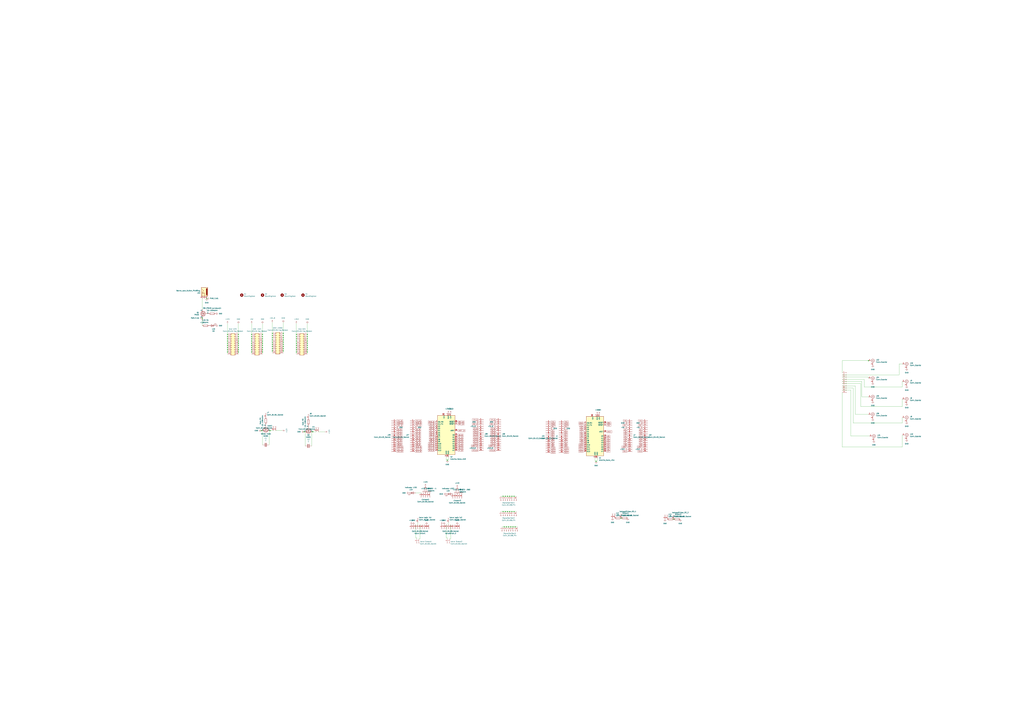
<source format=kicad_sch>
(kicad_sch (version 20250114) (generator "eeschema") (generator_version "9.0")
  (paper "A0")
  (junction (at 316.23 387.35))
  (junction (at 328.93 394.97))
  (junction (at 356.87 401.32))
  (junction (at 588.01 612.14))
  (junction (at 591.82 594.36))
  (junction (at 519.43 534.67))
  (junction (at 264.16 401.32))
  (junction (at 596.9 576.58))
  (junction (at 276.86 388.62))
  (junction (at 240.03 346.71))
  (junction (at 292.1 388.62))
  (junction (at 276.86 398.78))
  (junction (at 316.23 407.67))
  (junction (at 292.1 398.78))
  (junction (at 353.06 501.65))
  (junction (at 328.93 400.05))
  (junction (at 344.17 396.24))
  (junction (at 316.23 389.89))
  (junction (at 264.16 388.62))
  (junction (at 292.1 396.24))
  (junction (at 292.1 401.32))
  (junction (at 328.93 397.51))
  (junction (at 363.22 501.65))
  (junction (at 594.36 594.36))
  (junction (at 692.15 535.94))
  (junction (at 276.86 391.16))
  (junction (at 276.86 403.86))
  (junction (at 316.23 397.51))
  (junction (at 344.17 388.62))
  (junction (at 264.16 403.86))
  (junction (at 328.93 405.13))
  (junction (at 276.86 401.32))
  (junction (at 356.87 396.24))
  (junction (at 328.93 387.35))
  (junction (at 313.69 500.38))
  (junction (at 234.95 369.57))
  (junction (at 316.23 402.59))
  (junction (at 264.16 393.7))
  (junction (at 356.87 393.7))
  (junction (at 589.28 594.36))
  (junction (at 276.86 406.4))
  (junction (at 584.2 576.58))
  (junction (at 304.8 396.24))
  (junction (at 304.8 403.86))
  (junction (at 304.8 398.78))
  (junction (at 292.1 391.16))
  (junction (at 344.17 403.86))
  (junction (at 292.1 408.94))
  (junction (at 276.86 408.94))
  (junction (at 344.17 391.16))
  (junction (at 356.87 391.16))
  (junction (at 292.1 406.4))
  (junction (at 596.9 594.36))
  (junction (at 591.82 576.58))
  (junction (at 264.16 398.78))
  (junction (at 328.93 389.89))
  (junction (at 264.16 408.94))
  (junction (at 276.86 393.7))
  (junction (at 328.93 402.59))
  (junction (at 303.53 500.38))
  (junction (at 344.17 398.78))
  (junction (at 356.87 388.62))
  (junction (at 344.17 401.32))
  (junction (at 316.23 394.97))
  (junction (at 304.8 406.4))
  (junction (at 304.8 408.94))
  (junction (at 304.8 401.32))
  (junction (at 292.1 393.7))
  (junction (at 586.74 576.58))
  (junction (at 264.16 406.4))
  (junction (at 356.87 403.86))
  (junction (at 356.87 398.78))
  (junction (at 782.32 603.25))
  (junction (at 344.17 393.7))
  (junction (at 356.87 408.94))
  (junction (at 328.93 407.67))
  (junction (at 584.2 594.36))
  (junction (at 316.23 392.43))
  (junction (at 593.09 612.14))
  (junction (at 356.87 406.4))
  (junction (at 594.36 576.58))
  (junction (at 344.17 408.94))
  (junction (at 586.74 594.36))
  (junction (at 292.1 403.86))
  (junction (at 304.8 391.16))
  (junction (at 316.23 405.13))
  (junction (at 276.86 396.24))
  (junction (at 585.47 612.14))
  (junction (at 304.8 393.7))
  (junction (at 1008.38 419.1))
  (junction (at 304.8 388.62))
  (junction (at 590.55 612.14))
  (junction (at 595.63 612.14))
  (junction (at 264.16 396.24))
  (junction (at 316.23 400.05))
  (junction (at 589.28 576.58))
  (junction (at 598.17 612.14))
  (junction (at 344.17 406.4))
  (junction (at 264.16 391.16))
  (junction (at 328.93 392.43))
  (junction (at 721.36 601.98))
  (wire (pts (xy 328.93 394.97) (xy 328.93 397.51)))
  (wire (pts (xy 518.16 534.67) (xy 519.43 534.67)))
  (wire (pts (xy 356.87 396.24) (xy 356.87 398.78)))
  (wire (pts (xy 316.23 374.65) (xy 316.23 387.35)))
  (wire (pts (xy 316.23 397.51) (xy 316.23 400.05)))
  (wire (pts (xy 328.93 400.05) (xy 328.93 402.59)))
  (wire (pts (xy 977.9 443.23) (xy 1000.76 443.23)))
  (wire (pts (xy 356.87 401.32) (xy 356.87 403.86)))
  (wire (pts (xy 520.7 530.86) (xy 520.7 534.67)))
  (wire (pts (xy 344.17 375.92) (xy 344.17 388.62)))
  (wire (pts (xy 999.49 472.44) (xy 1047.75 472.44)))
  (wire (pts (xy 264.16 396.24) (xy 264.16 398.78)))
  (wire (pts (xy 693.42 532.13) (xy 693.42 535.94)))
  (wire (pts (xy 304.8 401.32) (xy 304.8 403.86)))
  (wire (pts (xy 692.15 535.94) (xy 693.42 535.94)))
  (wire (pts (xy 518.16 624.84) (xy 519.43 624.84)))
  (wire (pts (xy 487.68 626.11) (xy 486.41 626.11)))
  (wire (pts (xy 320.04 500.38) (xy 327.66 500.38)))
  (wire (pts (xy 328.93 387.35) (xy 328.93 389.89)))
  (wire (pts (xy 582.93 612.14) (xy 585.47 612.14)))
  (wire (pts (xy 276.86 375.92) (xy 276.86 388.62)))
  (wire (pts (xy 316.23 387.35) (xy 316.23 389.89)))
  (wire (pts (xy 328.93 397.51) (xy 328.93 400.05)))
  (wire (pts (xy 523.24 626.11) (xy 521.97 626.11)))
  (wire (pts (xy 485.14 607.06) (xy 485.14 609.6)))
  (wire (pts (xy 1003.3 449.58) (xy 1047.75 449.58)))
  (wire (pts (xy 482.6 624.84) (xy 483.87 624.84)))
  (wire (pts (xy 354.33 501.65) (xy 353.06 501.65)))
  (wire (pts (xy 356.87 391.16) (xy 356.87 393.7)))
  (wire (pts (xy 591.82 576.58) (xy 594.36 576.58)))
  (wire (pts (xy 328.93 405.13) (xy 328.93 407.67)))
  (wire (pts (xy 264.16 403.86) (xy 264.16 406.4)))
  (wire (pts (xy 993.14 481.33) (xy 1008.38 481.33)))
  (wire (pts (xy 264.16 388.62) (xy 264.16 391.16)))
  (wire (pts (xy 369.57 501.65) (xy 377.19 501.65)))
  (wire (pts (xy 977.9 438.15) (xy 1008.38 438.15)))
  (wire (pts (xy 304.8 516.89) (xy 304.8 500.38)))
  (wire (pts (xy 598.17 612.14) (xy 600.71 612.14)))
  (wire (pts (xy 586.74 576.58) (xy 589.28 576.58)))
  (wire (pts (xy 589.28 594.36) (xy 591.82 594.36)))
  (wire (pts (xy 584.2 594.36) (xy 586.74 594.36)))
  (wire (pts (xy 328.93 402.59) (xy 328.93 405.13)))
  (wire (pts (xy 344.17 406.4) (xy 344.17 408.94)))
  (wire (pts (xy 276.86 396.24) (xy 276.86 398.78)))
  (wire (pts (xy 356.87 403.86) (xy 356.87 406.4)))
  (wire (pts (xy 596.9 594.36) (xy 599.44 594.36)))
  (wire (pts (xy 584.2 576.58) (xy 586.74 576.58)))
  (wire (pts (xy 316.23 394.97) (xy 316.23 397.51)))
  (wire (pts (xy 990.6 491.49) (xy 1047.75 491.49)))
  (wire (pts (xy 292.1 375.92) (xy 292.1 388.62)))
  (wire (pts (xy 586.74 594.36) (xy 589.28 594.36)))
  (wire (pts (xy 361.95 518.16) (xy 361.95 501.65)))
  (wire (pts (xy 344.17 398.78) (xy 344.17 401.32)))
  (wire (pts (xy 264.16 406.4) (xy 264.16 408.94)))
  (wire (pts (xy 264.16 398.78) (xy 264.16 401.32)))
  (wire (pts (xy 276.86 401.32) (xy 276.86 403.86)))
  (wire (pts (xy 304.8 500.38) (xy 303.53 500.38)))
  (wire (pts (xy 276.86 388.62) (xy 276.86 391.16)))
  (wire (pts (xy 523.24 609.6) (xy 523.24 626.11)))
  (wire (pts (xy 264.16 401.32) (xy 264.16 403.86)))
  (wire (pts (xy 234.95 346.71) (xy 234.95 359.41)))
  (wire (pts (xy 1043.94 422.91) (xy 1047.75 422.91)))
  (wire (pts (xy 363.22 501.65) (xy 367.03 501.65)))
  (wire (pts (xy 304.8 396.24) (xy 304.8 398.78)))
  (wire (pts (xy 977.9 419.1) (xy 1008.38 419.1)))
  (wire (pts (xy 518.16 609.6) (xy 518.16 624.84)))
  (wire (pts (xy 1008.38 438.15) (xy 1008.38 439.42)))
  (wire (pts (xy 482.6 572.77) (xy 488.95 572.77)))
  (wire (pts (xy 595.63 612.14) (xy 598.17 612.14)))
  (wire (pts (xy 591.82 594.36) (xy 594.36 594.36)))
  (wire (pts (xy 977.9 435.61) (xy 1043.94 435.61)))
  (wire (pts (xy 588.01 612.14) (xy 590.55 612.14)))
  (wire (pts (xy 316.23 400.05) (xy 316.23 402.59)))
  (wire (pts (xy 328.93 392.43) (xy 328.93 394.97)))
  (wire (pts (xy 316.23 407.67) (xy 316.23 410.21)))
  (wire (pts (xy 589.28 576.58) (xy 591.82 576.58)))
  (wire (pts (xy 988.06 453.39) (xy 988.06 506.73)))
  (wire (pts (xy 585.47 612.14) (xy 588.01 612.14)))
  (wire (pts (xy 276.86 408.94) (xy 276.86 411.48)))
  (wire (pts (xy 1008.38 419.1) (xy 1009.65 419.1)))
  (wire (pts (xy 977.9 440.69) (xy 1003.3 440.69)))
  (wire (pts (xy 344.17 403.86) (xy 344.17 406.4)))
  (wire (pts (xy 292.1 401.32) (xy 292.1 403.86)))
  (wire (pts (xy 292.1 396.24) (xy 292.1 398.78)))
  (wire (pts (xy 690.88 535.94) (xy 692.15 535.94)))
  (wire (pts (xy 356.87 398.78) (xy 356.87 401.32)))
  (wire (pts (xy 316.23 392.43) (xy 316.23 394.97)))
  (wire (pts (xy 993.14 448.31) (xy 993.14 481.33)))
  (wire (pts (xy 344.17 401.32) (xy 344.17 403.86)))
  (wire (pts (xy 276.86 391.16) (xy 276.86 393.7)))
  (wire (pts (xy 977.9 445.77) (xy 999.49 445.77)))
  (wire (pts (xy 328.93 374.65) (xy 328.93 387.35)))
  (wire (pts (xy 1047.75 449.58) (xy 1047.75 443.23)))
  (wire (pts (xy 292.1 391.16) (xy 292.1 393.7)))
  (wire (pts (xy 519.43 624.84) (xy 519.43 626.11)))
  (wire (pts (xy 356.87 388.62) (xy 356.87 391.16)))
  (wire (pts (xy 354.33 518.16) (xy 354.33 501.65)))
  (wire (pts (xy 304.8 398.78) (xy 304.8 401.32)))
  (wire (pts (xy 328.93 389.89) (xy 328.93 392.43)))
  (wire (pts (xy 1003.3 440.69) (xy 1003.3 449.58)))
  (wire (pts (xy 292.1 403.86) (xy 292.1 406.4)))
  (wire (pts (xy 356.87 406.4) (xy 356.87 408.94)))
  (wire (pts (xy 312.42 500.38) (xy 313.69 500.38)))
  (wire (pts (xy 276.86 403.86) (xy 276.86 406.4)))
  (wire (pts (xy 690.88 532.13) (xy 690.88 535.94)))
  (wire (pts (xy 1047.75 491.49) (xy 1047.75 485.14)))
  (wire (pts (xy 328.93 407.67) (xy 328.93 410.21)))
  (wire (pts (xy 1043.94 435.61) (xy 1043.94 422.91)))
  (wire (pts (xy 356.87 393.7) (xy 356.87 396.24)))
  (wire (pts (xy 264.16 408.94) (xy 264.16 411.48)))
  (wire (pts (xy 304.8 391.16) (xy 304.8 393.7)))
  (wire (pts (xy 977.9 448.31) (xy 993.14 448.31)))
  (wire (pts (xy 990.6 450.85) (xy 990.6 491.49)))
  (wire (pts (xy 344.17 396.24) (xy 344.17 398.78)))
  (wire (pts (xy 316.23 405.13) (xy 316.23 407.67)))
  (wire (pts (xy 999.49 445.77) (xy 999.49 472.44)))
  (wire (pts (xy 304.8 406.4) (xy 304.8 408.94)))
  (wire (pts (xy 316.23 389.89) (xy 316.23 392.43)))
  (wire (pts (xy 344.17 393.7) (xy 344.17 396.24)))
  (wire (pts (xy 264.16 393.7) (xy 264.16 396.24)))
  (wire (pts (xy 1047.75 519.43) (xy 1047.75 505.46)))
  (wire (pts (xy 518.16 530.86) (xy 518.16 534.67)))
  (wire (pts (xy 344.17 388.62) (xy 344.17 391.16)))
  (wire (pts (xy 520.7 607.06) (xy 520.7 609.6)))
  (wire (pts (xy 487.68 609.6) (xy 487.68 626.11)))
  (wire (pts (xy 276.86 393.7) (xy 276.86 396.24)))
  (wire (pts (xy 596.9 576.58) (xy 599.44 576.58)))
  (wire (pts (xy 581.66 594.36) (xy 584.2 594.36)))
  (wire (pts (xy 482.6 609.6) (xy 482.6 624.84)))
  (wire (pts (xy 316.23 402.59) (xy 316.23 405.13)))
  (wire (pts (xy 581.66 576.58) (xy 584.2 576.58)))
  (wire (pts (xy 977.9 453.39) (xy 988.06 453.39)))
  (wire (pts (xy 590.55 612.14) (xy 593.09 612.14)))
  (wire (pts (xy 292.1 393.7) (xy 292.1 396.24)))
  (wire (pts (xy 594.36 576.58) (xy 596.9 576.58)))
  (wire (pts (xy 977.9 450.85) (xy 990.6 450.85)))
  (wire (pts (xy 304.8 388.62) (xy 304.8 391.16)))
  (wire (pts (xy 344.17 408.94) (xy 344.17 411.48)))
  (wire (pts (xy 304.8 375.92) (xy 304.8 388.62)))
  (wire (pts (xy 264.16 375.92) (xy 264.16 388.62)))
  (wire (pts (xy 276.86 398.78) (xy 276.86 401.32)))
  (wire (pts (xy 264.16 391.16) (xy 264.16 393.7)))
  (wire (pts (xy 1000.76 461.01) (xy 1008.38 461.01)))
  (wire (pts (xy 977.9 519.43) (xy 1047.75 519.43)))
  (wire (pts (xy 304.8 408.94) (xy 304.8 411.48)))
  (wire (pts (xy 988.06 506.73) (xy 1009.65 506.73)))
  (wire (pts (xy 312.42 516.89) (xy 312.42 500.38)))
  (wire (pts (xy 276.86 406.4) (xy 276.86 408.94)))
  (wire (pts (xy 977.9 433.07) (xy 977.9 419.1)))
  (wire (pts (xy 593.09 612.14) (xy 595.63 612.14)))
  (wire (pts (xy 292.1 408.94) (xy 292.1 411.48)))
  (wire (pts (xy 356.87 408.94) (xy 356.87 411.48)))
  (wire (pts (xy 977.9 455.93) (xy 977.9 519.43)))
  (wire (pts (xy 313.69 500.38) (xy 317.5 500.38)))
  (wire (pts (xy 292.1 388.62) (xy 292.1 391.16)))
  (wire (pts (xy 519.43 534.67) (xy 520.7 534.67)))
  (wire (pts (xy 304.8 393.7) (xy 304.8 396.24)))
  (wire (pts (xy 234.95 369.57) (xy 234.95 378.46)))
  (wire (pts (xy 594.36 594.36) (xy 596.9 594.36)))
  (wire (pts (xy 361.95 501.65) (xy 363.22 501.65)))
  (wire (pts (xy 344.17 391.16) (xy 344.17 393.7)))
  (wire (pts (xy 356.87 375.92) (xy 356.87 388.62)))
  (wire (pts (xy 1047.75 472.44) (xy 1047.75 463.55)))
  (wire (pts (xy 304.8 403.86) (xy 304.8 406.4)))
  (wire (pts (xy 483.87 624.84) (xy 483.87 626.11)))
  (wire (pts (xy 292.1 406.4) (xy 292.1 408.94)))
  (wire (pts (xy 292.1 398.78) (xy 292.1 401.32)))
  (wire (pts (xy 1000.76 443.23) (xy 1000.76 461.01)))
  (global_label "RX0" (shape input) (at 678.18 491.49 180) (property "Intersheetrefs" "${INTERSHEET_REFS}" (effects (hide yes))))
  (global_label "VIN" (shape input) (at 746.76 488.95 180) (property "Intersheetrefs" "${INTERSHEET_REFS}" (effects (hide yes))))
  (global_label "RX0_B" (shape input) (at 481.33 491.49 0) (property "Intersheetrefs" "${INTERSHEET_REFS}" (effects (hide yes))))
  (global_label "A6_B" (shape input) (at 576.58 500.38 180) (property "Intersheetrefs" "${INTERSHEET_REFS}" (effects (hide yes))))
  (global_label "D11_B" (shape input) (at 459.74 521.97 0) (property "Intersheetrefs" "${INTERSHEET_REFS}" (effects (hide yes))))
  (global_label "D4" (shape input) (at 654.05 505.46 0) (property "Intersheetrefs" "${INTERSHEET_REFS}" (effects (hide yes))))
  (global_label "A0_B" (shape input) (at 576.58 515.62 180) (property "Intersheetrefs" "${INTERSHEET_REFS}" (effects (hide yes))))
  (global_label "D2_B" (shape input) (at 481.33 499.11 0) (property "Intersheetrefs" "${INTERSHEET_REFS}" (effects (hide yes))))
  (global_label "A1_B" (shape input) (at 576.58 513.08 180) (property "Intersheetrefs" "${INTERSHEET_REFS}" (effects (hide yes))))
  (global_label "AREF" (shape input) (at 746.76 519.43 180) (property "Intersheetrefs" "${INTERSHEET_REFS}" (effects (hide yes))))
  (global_label "A3" (shape input) (at 728.98 509.27 180) (property "Intersheetrefs" "${INTERSHEET_REFS}" (effects (hide yes))))
  (global_label "D4" (shape input) (at 678.18 501.65 180) (property "Intersheetrefs" "${INTERSHEET_REFS}" (effects (hide yes))))
  (global_label "A2_B" (shape input) (at 556.26 510.54 180) (property "Intersheetrefs" "${INTERSHEET_REFS}" (effects (hide yes))))
  (global_label "D4_B" (shape input) (at 505.46 500.38 180) (property "Intersheetrefs" "${INTERSHEET_REFS}" (effects (hide yes))))
  (global_label "D3_B" (shape input) (at 481.33 501.65 0) (property "Intersheetrefs" "${INTERSHEET_REFS}" (effects (hide yes))))
  (global_label "AREF_B" (shape input) (at 530.86 500.38 0) (property "Intersheetrefs" "${INTERSHEET_REFS}" (effects (hide yes))))
  (global_label "A4_B" (shape input) (at 576.58 505.46 180) (property "Intersheetrefs" "${INTERSHEET_REFS}" (effects (hide yes))))
  (global_label "VIN" (shape input) (at 728.98 488.95 180) (property "Intersheetrefs" "${INTERSHEET_REFS}" (effects (hide yes))))
  (global_label "D6_B" (shape input) (at 481.33 509.27 0) (property "Intersheetrefs" "${INTERSHEET_REFS}" (effects (hide yes))))
  (global_label "D5_B" (shape input) (at 481.33 506.73 0) (property "Intersheetrefs" "${INTERSHEET_REFS}" (effects (hide yes))))
  (global_label "A2" (shape input) (at 703.58 511.81 0) (property "Intersheetrefs" "${INTERSHEET_REFS}" (effects (hide yes))))
  (global_label "D5_B" (shape input) (at 459.74 506.73 0) (property "Intersheetrefs" "${INTERSHEET_REFS}" (effects (hide yes))))
  (global_label "D10" (shape input) (at 654.05 520.7 0) (property "Intersheetrefs" "${INTERSHEET_REFS}" (effects (hide yes))))
  (global_label "A4" (shape input) (at 746.76 506.73 180) (property "Intersheetrefs" "${INTERSHEET_REFS}" (effects (hide yes))))
  (global_label "D3" (shape input) (at 678.18 499.11 180) (property "Intersheetrefs" "${INTERSHEET_REFS}" (effects (hide yes))))
  (global_label "A6" (shape input) (at 746.76 501.65 180) (property "Intersheetrefs" "${INTERSHEET_REFS}" (effects (hide yes))))
  (global_label "A0_B" (shape input) (at 556.26 515.62 180) (property "Intersheetrefs" "${INTERSHEET_REFS}" (effects (hide yes))))
  (global_label "D6_B" (shape input) (at 459.74 509.27 0) (property "Intersheetrefs" "${INTERSHEET_REFS}" (effects (hide yes))))
  (global_label "A3" (shape input) (at 746.76 509.27 180) (property "Intersheetrefs" "${INTERSHEET_REFS}" (effects (hide yes))))
  (global_label "D10_B" (shape input) (at 481.33 519.43 0) (property "Intersheetrefs" "${INTERSHEET_REFS}" (effects (hide yes))))
  (global_label "D11" (shape input) (at 638.81 523.24 0) (property "Intersheetrefs" "${INTERSHEET_REFS}" (effects (hide yes))))
  (global_label "D12_B" (shape input) (at 505.46 520.7 180) (property "Intersheetrefs" "${INTERSHEET_REFS}" (effects (hide yes))))
  (global_label "RST" (shape input) (at 728.98 494.03 180) (property "Intersheetrefs" "${INTERSHEET_REFS}" (effects (hide yes))))
  (global_label "D9" (shape input) (at 678.18 514.35 180) (property "Intersheetrefs" "${INTERSHEET_REFS}" (effects (hide yes))))
  (global_label "A6" (shape input) (at 703.58 521.97 0) (property "Intersheetrefs" "${INTERSHEET_REFS}" (effects (hide yes))))
  (global_label "D5" (shape input) (at 638.81 508 0) (property "Intersheetrefs" "${INTERSHEET_REFS}" (effects (hide yes))))
  (global_label "D3_B" (shape input) (at 459.74 501.65 0) (property "Intersheetrefs" "${INTERSHEET_REFS}" (effects (hide yes))))
  (global_label "RST_B" (shape input) (at 530.86 490.22 0) (property "Intersheetrefs" "${INTERSHEET_REFS}" (effects (hide yes))))
  (global_label "RX0_B" (shape input) (at 505.46 490.22 180) (property "Intersheetrefs" "${INTERSHEET_REFS}" (effects (hide yes))))
  (global_label "D7_B" (shape input) (at 459.74 511.81 0) (property "Intersheetrefs" "${INTERSHEET_REFS}" (effects (hide yes))))
  (global_label "A7_B" (shape input) (at 556.26 497.84 180) (property "Intersheetrefs" "${INTERSHEET_REFS}" (effects (hide yes))))
  (global_label "A0_B" (shape input) (at 530.86 505.46 0) (property "Intersheetrefs" "${INTERSHEET_REFS}" (effects (hide yes))))
  (global_label "D8_B" (shape input) (at 505.46 510.54 180) (property "Intersheetrefs" "${INTERSHEET_REFS}" (effects (hide yes))))
  (global_label "D2_B" (shape input) (at 505.46 495.3 180) (property "Intersheetrefs" "${INTERSHEET_REFS}" (effects (hide yes))))
  (global_label "A1_B" (shape input) (at 556.26 513.08 180) (property "Intersheetrefs" "${INTERSHEET_REFS}" (effects (hide yes))))
  (global_label "A1" (shape input) (at 746.76 514.35 180) (property "Intersheetrefs" "${INTERSHEET_REFS}" (effects (hide yes))))
  (global_label "D10" (shape input) (at 638.81 520.7 0) (property "Intersheetrefs" "${INTERSHEET_REFS}" (effects (hide yes))))
  (global_label "D10_B" (shape input) (at 459.74 519.43 0) (property "Intersheetrefs" "${INTERSHEET_REFS}" (effects (hide yes))))
  (global_label "A3_B" (shape input) (at 530.86 513.08 0) (property "Intersheetrefs" "${INTERSHEET_REFS}" (effects (hide yes))))
  (global_label "D11_B" (shape input) (at 505.46 518.16 180) (property "Intersheetrefs" "${INTERSHEET_REFS}" (effects (hide yes))))
  (global_label "A5_B" (shape input) (at 530.86 518.16 0) (property "Intersheetrefs" "${INTERSHEET_REFS}" (effects (hide yes))))
  (global_label "A0" (shape input) (at 703.58 506.73 0) (property "Intersheetrefs" "${INTERSHEET_REFS}" (effects (hide yes))))
  (global_label "TX1_B" (shape input) (at 459.74 488.95 0) (property "Intersheetrefs" "${INTERSHEET_REFS}" (effects (hide yes))))
  (global_label "A7_B" (shape input) (at 576.58 497.84 180) (property "Intersheetrefs" "${INTERSHEET_REFS}" (effects (hide yes))))
  (global_label "RX0" (shape input) (at 654.05 492.76 0) (property "Intersheetrefs" "${INTERSHEET_REFS}" (effects (hide yes))))
  (global_label "A0" (shape input) (at 728.98 516.89 180) (property "Intersheetrefs" "${INTERSHEET_REFS}" (effects (hide yes))))
  (global_label "D5" (shape input) (at 654.05 508 0) (property "Intersheetrefs" "${INTERSHEET_REFS}" (effects (hide yes))))
  (global_label "D8" (shape input) (at 638.81 515.62 0) (property "Intersheetrefs" "${INTERSHEET_REFS}" (effects (hide yes))))
  (global_label "D9" (shape input) (at 654.05 518.16 0) (property "Intersheetrefs" "${INTERSHEET_REFS}" (effects (hide yes))))
  (global_label "A4" (shape input) (at 703.58 516.89 0) (property "Intersheetrefs" "${INTERSHEET_REFS}" (effects (hide yes))))
  (global_label "D4_B" (shape input) (at 459.74 504.19 0) (property "Intersheetrefs" "${INTERSHEET_REFS}" (effects (hide yes))))
  (global_label "A7_B" (shape input) (at 530.86 523.24 0) (property "Intersheetrefs" "${INTERSHEET_REFS}" (effects (hide yes))))
  (global_label "VIN_B" (shape input) (at 576.58 487.68 180) (property "Intersheetrefs" "${INTERSHEET_REFS}" (effects (hide yes))))
  (global_label "A6" (shape input) (at 728.98 501.65 180) (property "Intersheetrefs" "${INTERSHEET_REFS}" (effects (hide yes))))
  (global_label "VIN_B" (shape input) (at 556.26 487.68 180) (property "Intersheetrefs" "${INTERSHEET_REFS}" (effects (hide yes))))
  (global_label "A3_B" (shape input) (at 556.26 508 180) (property "Intersheetrefs" "${INTERSHEET_REFS}" (effects (hide yes))))
  (global_label "A5" (shape input) (at 746.76 504.19 180) (property "Intersheetrefs" "${INTERSHEET_REFS}" (effects (hide yes))))
  (global_label "A5_B" (shape input) (at 576.58 502.92 180) (property "Intersheetrefs" "${INTERSHEET_REFS}" (effects (hide yes))))
  (global_label "D10" (shape input) (at 678.18 516.89 180) (property "Intersheetrefs" "${INTERSHEET_REFS}" (effects (hide yes))))
  (global_label "A3_B" (shape input) (at 576.58 508 180) (property "Intersheetrefs" "${INTERSHEET_REFS}" (effects (hide yes))))
  (global_label "D3_B" (shape input) (at 505.46 497.84 180) (property "Intersheetrefs" "${INTERSHEET_REFS}" (effects (hide yes))))
  (global_label "A2_B" (shape input) (at 576.58 510.54 180) (property "Intersheetrefs" "${INTERSHEET_REFS}" (effects (hide yes))))
  (global_label "RST" (shape input) (at 638.81 495.3 0) (property "Intersheetrefs" "${INTERSHEET_REFS}" (effects (hide yes))))
  (global_label "A4_B" (shape input) (at 530.86 515.62 0) (property "Intersheetrefs" "${INTERSHEET_REFS}" (effects (hide yes))))
  (global_label "D11_B" (shape input) (at 481.33 521.97 0) (property "Intersheetrefs" "${INTERSHEET_REFS}" (effects (hide yes))))
  (global_label "A5_B" (shape input) (at 556.26 502.92 180) (property "Intersheetrefs" "${INTERSHEET_REFS}" (effects (hide yes))))
  (global_label "D9_B" (shape input) (at 505.46 513.08 180) (property "Intersheetrefs" "${INTERSHEET_REFS}" (effects (hide yes))))
  (global_label "D2_B" (shape input) (at 459.74 499.11 0) (property "Intersheetrefs" "${INTERSHEET_REFS}" (effects (hide yes))))
  (global_label "D4" (shape input) (at 638.81 505.46 0) (property "Intersheetrefs" "${INTERSHEET_REFS}" (effects (hide yes))))
  (global_label "A6_B" (shape input) (at 556.26 500.38 180) (property "Intersheetrefs" "${INTERSHEET_REFS}" (effects (hide yes))))
  (global_label "D5_B" (shape input) (at 505.46 502.92 180) (property "Intersheetrefs" "${INTERSHEET_REFS}" (effects (hide yes))))
  (global_label "D4_B" (shape input) (at 481.33 504.19 0) (property "Intersheetrefs" "${INTERSHEET_REFS}" (effects (hide yes))))
  (global_label "D13_B" (shape input) (at 556.26 523.24 180) (property "Intersheetrefs" "${INTERSHEET_REFS}" (effects (hide yes))))
  (global_label "A2_B" (shape input) (at 530.86 510.54 0) (property "Intersheetrefs" "${INTERSHEET_REFS}" (effects (hide yes))))
  (global_label "RX0" (shape input) (at 638.81 492.76 0) (property "Intersheetrefs" "${INTERSHEET_REFS}" (effects (hide yes))))
  (global_label "A7" (shape input) (at 703.58 524.51 0) (property "Intersheetrefs" "${INTERSHEET_REFS}" (effects (hide yes))))
  (global_label "D12_B" (shape input) (at 459.74 524.51 0) (property "Intersheetrefs" "${INTERSHEET_REFS}" (effects (hide yes))))
  (global_label "D13" (shape input) (at 678.18 524.51 180) (property "Intersheetrefs" "${INTERSHEET_REFS}" (effects (hide yes))))
  (global_label "D3" (shape input) (at 654.05 502.92 0) (property "Intersheetrefs" "${INTERSHEET_REFS}" (effects (hide yes))))
  (global_label "A0" (shape input) (at 746.76 516.89 180) (property "Intersheetrefs" "${INTERSHEET_REFS}" (effects (hide yes))))
  (global_label "D7_B" (shape input) (at 505.46 508 180) (property "Intersheetrefs" "${INTERSHEET_REFS}" (effects (hide yes))))
  (global_label "TX1" (shape input) (at 654.05 490.22 0) (property "Intersheetrefs" "${INTERSHEET_REFS}" (effects (hide yes))))
  (global_label "D12" (shape input) (at 638.81 525.78 0) (property "Intersheetrefs" "${INTERSHEET_REFS}" (effects (hide yes))))
  (global_label "RST" (shape input) (at 654.05 495.3 0) (property "Intersheetrefs" "${INTERSHEET_REFS}" (effects (hide yes))))
  (global_label "RST_B" (shape input) (at 576.58 492.76 180) (property "Intersheetrefs" "${INTERSHEET_REFS}" (effects (hide yes))))
  (global_label "D9_B" (shape input) (at 481.33 516.89 0) (property "Intersheetrefs" "${INTERSHEET_REFS}" (effects (hide yes))))
  (global_label "D12" (shape input) (at 678.18 521.97 180) (property "Intersheetrefs" "${INTERSHEET_REFS}" (effects (hide yes))))
  (global_label "A3" (shape input) (at 703.58 514.35 0) (property "Intersheetrefs" "${INTERSHEET_REFS}" (effects (hide yes))))
  (global_label "A1" (shape input) (at 728.98 514.35 180) (property "Intersheetrefs" "${INTERSHEET_REFS}" (effects (hide yes))))
  (global_label "D2" (shape input) (at 654.05 500.38 0) (property "Intersheetrefs" "${INTERSHEET_REFS}" (effects (hide yes))))
  (global_label "RST_B" (shape input) (at 459.74 494.03 0) (property "Intersheetrefs" "${INTERSHEET_REFS}" (effects (hide yes))))
  (global_label "D2" (shape input) (at 638.81 500.38 0) (property "Intersheetrefs" "${INTERSHEET_REFS}" (effects (hide yes))))
  (global_label "AREF_B" (shape input) (at 576.58 518.16 180) (property "Intersheetrefs" "${INTERSHEET_REFS}" (effects (hide yes))))
  (global_label "A7" (shape input) (at 728.98 499.11 180) (property "Intersheetrefs" "${INTERSHEET_REFS}" (effects (hide yes))))
  (global_label "D7" (shape input) (at 638.81 513.08 0) (property "Intersheetrefs" "${INTERSHEET_REFS}" (effects (hide yes))))
  (global_label "RST" (shape input) (at 703.58 494.03 0) (property "Intersheetrefs" "${INTERSHEET_REFS}" (effects (hide yes))))
  (global_label "RX0_B" (shape input) (at 459.74 491.49 0) (property "Intersheetrefs" "${INTERSHEET_REFS}" (effects (hide yes))))
  (global_label "D3" (shape input) (at 638.81 502.92 0) (property "Intersheetrefs" "${INTERSHEET_REFS}" (effects (hide yes))))
  (global_label "D8_B" (shape input) (at 481.33 514.35 0) (property "Intersheetrefs" "${INTERSHEET_REFS}" (effects (hide yes))))
  (global_label "A2" (shape input) (at 728.98 511.81 180) (property "Intersheetrefs" "${INTERSHEET_REFS}" (effects (hide yes))))
  (global_label "D11" (shape input) (at 654.05 523.24 0) (property "Intersheetrefs" "${INTERSHEET_REFS}" (effects (hide yes))))
  (global_label "D13_B" (shape input) (at 505.46 523.24 180) (property "Intersheetrefs" "${INTERSHEET_REFS}" (effects (hide yes))))
  (global_label "D6" (shape input) (at 654.05 510.54 0) (property "Intersheetrefs" "${INTERSHEET_REFS}" (effects (hide yes))))
  (global_label "TX1" (shape input) (at 678.18 494.03 180) (property "Intersheetrefs" "${INTERSHEET_REFS}" (effects (hide yes))))
  (global_label "D10_B" (shape input) (at 505.46 515.62 180) (property "Intersheetrefs" "${INTERSHEET_REFS}" (effects (hide yes))))
  (global_label "D9_B" (shape input) (at 459.74 516.89 0) (property "Intersheetrefs" "${INTERSHEET_REFS}" (effects (hide yes))))
  (global_label "RST" (shape input) (at 746.76 494.03 180) (property "Intersheetrefs" "${INTERSHEET_REFS}" (effects (hide yes))))
  (global_label "D13" (shape input) (at 728.98 524.51 180) (property "Intersheetrefs" "${INTERSHEET_REFS}" (effects (hide yes))))
  (global_label "D5" (shape input) (at 678.18 504.19 180) (property "Intersheetrefs" "${INTERSHEET_REFS}" (effects (hide yes))))
  (global_label "A4_B" (shape input) (at 556.26 505.46 180) (property "Intersheetrefs" "${INTERSHEET_REFS}" (effects (hide yes))))
  (global_label "D13_B" (shape input) (at 576.58 523.24 180) (property "Intersheetrefs" "${INTERSHEET_REFS}" (effects (hide yes))))
  (global_label "AREF" (shape input) (at 728.98 519.43 180) (property "Intersheetrefs" "${INTERSHEET_REFS}" (effects (hide yes))))
  (global_label "D6_B" (shape input) (at 505.46 505.46 180) (property "Intersheetrefs" "${INTERSHEET_REFS}" (effects (hide yes))))
  (global_label "D2" (shape input) (at 678.18 496.57 180) (property "Intersheetrefs" "${INTERSHEET_REFS}" (effects (hide yes))))
  (global_label "D6" (shape input) (at 638.81 510.54 0) (property "Intersheetrefs" "${INTERSHEET_REFS}" (effects (hide yes))))
  (global_label "TX1_B" (shape input) (at 481.33 488.95 0) (property "Intersheetrefs" "${INTERSHEET_REFS}" (effects (hide yes))))
  (global_label "RST" (shape input) (at 703.58 491.49 0) (property "Intersheetrefs" "${INTERSHEET_REFS}" (effects (hide yes))))
  (global_label "RST_B" (shape input) (at 481.33 494.03 0) (property "Intersheetrefs" "${INTERSHEET_REFS}" (effects (hide yes))))
  (global_label "TX1_B" (shape input) (at 505.46 492.76 180) (property "Intersheetrefs" "${INTERSHEET_REFS}" (effects (hide yes))))
  (global_label "AREF_B" (shape input) (at 556.26 518.16 180) (property "Intersheetrefs" "${INTERSHEET_REFS}" (effects (hide yes))))
  (global_label "D13" (shape input) (at 746.76 524.51 180) (property "Intersheetrefs" "${INTERSHEET_REFS}" (effects (hide yes))))
  (global_label "A5" (shape input) (at 703.58 519.43 0) (property "Intersheetrefs" "${INTERSHEET_REFS}" (effects (hide yes))))
  (global_label "D12" (shape input) (at 654.05 525.78 0) (property "Intersheetrefs" "${INTERSHEET_REFS}" (effects (hide yes))))
  (global_label "D12_B" (shape input) (at 481.33 524.51 0) (property "Intersheetrefs" "${INTERSHEET_REFS}" (effects (hide yes))))
  (global_label "A5" (shape input) (at 728.98 504.19 180) (property "Intersheetrefs" "${INTERSHEET_REFS}" (effects (hide yes))))
  (global_label "AREF" (shape input) (at 703.58 501.65 0) (property "Intersheetrefs" "${INTERSHEET_REFS}" (effects (hide yes))))
  (global_label "D8" (shape input) (at 678.18 511.81 180) (property "Intersheetrefs" "${INTERSHEET_REFS}" (effects (hide yes))))
  (global_label "A2" (shape input) (at 746.76 511.81 180) (property "Intersheetrefs" "${INTERSHEET_REFS}" (effects (hide yes))))
  (global_label "TX1" (shape input) (at 638.81 490.22 0) (property "Intersheetrefs" "${INTERSHEET_REFS}" (effects (hide yes))))
  (global_label "A4" (shape input) (at 728.98 506.73 180) (property "Intersheetrefs" "${INTERSHEET_REFS}" (effects (hide yes))))
  (global_label "D9" (shape input) (at 638.81 518.16 0) (property "Intersheetrefs" "${INTERSHEET_REFS}" (effects (hide yes))))
  (global_label "D8_B" (shape input) (at 459.74 514.35 0) (property "Intersheetrefs" "${INTERSHEET_REFS}" (effects (hide yes))))
  (global_label "D6" (shape input) (at 678.18 506.73 180) (property "Intersheetrefs" "${INTERSHEET_REFS}" (effects (hide yes))))
  (global_label "A6_B" (shape input) (at 530.86 520.7 0) (property "Intersheetrefs" "${INTERSHEET_REFS}" (effects (hide yes))))
  (global_label "D7" (shape input) (at 678.18 509.27 180) (property "Intersheetrefs" "${INTERSHEET_REFS}" (effects (hide yes))))
  (global_label "A1" (shape input) (at 703.58 509.27 0) (property "Intersheetrefs" "${INTERSHEET_REFS}" (effects (hide yes))))
  (global_label "D8" (shape input) (at 654.05 515.62 0) (property "Intersheetrefs" "${INTERSHEET_REFS}" (effects (hide yes))))
  (global_label "A1_B" (shape input) (at 530.86 508 0) (property "Intersheetrefs" "${INTERSHEET_REFS}" (effects (hide yes))))
  (global_label "RST_B" (shape input) (at 556.26 492.76 180) (property "Intersheetrefs" "${INTERSHEET_REFS}" (effects (hide yes))))
  (global_label "RST_B" (shape input) (at 530.86 492.76 0) (property "Intersheetrefs" "${INTERSHEET_REFS}" (effects (hide yes))))
  (global_label "D7" (shape input) (at 654.05 513.08 0) (property "Intersheetrefs" "${INTERSHEET_REFS}" (effects (hide yes))))
  (global_label "D11" (shape input) (at 678.18 519.43 180) (property "Intersheetrefs" "${INTERSHEET_REFS}" (effects (hide yes))))
  (global_label "D7_B" (shape input) (at 481.33 511.81 0) (property "Intersheetrefs" "${INTERSHEET_REFS}" (effects (hide yes))))
  (global_label "A7" (shape input) (at 746.76 499.11 180) (property "Intersheetrefs" "${INTERSHEET_REFS}" (effects (hide yes))))
  (symbol (lib_id "power:GND") (at 1013.46 444.5 0) (unit 1)
    (property "Reference" "#PWR018" (effects (hide yes)))
    (property "Value" "GND" (at 1013.46 449.58 0))
    (property "Description" "Power symbol creates a global label with name \"GND\" , ground" (effects (hide yes)))
  )
  (symbol (lib_id "power:PWR_FLAG") (at 240.03 346.71 270) (unit 1)
    (property "Reference" "#FLG03" (effects (hide yes)))
    (property "Value" "PWR_FLAG" (at 243.84 346.7099 90) (effects (justify left)))
    (property "Description" "Special symbol for telling ERC where power comes from" (effects (hide yes)))
  )
  (symbol (lib_id "power:GND") (at 1014.73 511.81 0) (unit 1)
    (property "Reference" "#PWR013" (effects (hide yes)))
    (property "Value" "GND" (at 1014.73 516.89 0))
    (property "Description" "Power symbol creates a global label with name \"GND\" , ground" (effects (hide yes)))
  )
  (symbol (lib_id "power:+5V") (at 728.98 496.57 90) (unit 1)
    (property "Reference" "#PWR03" (effects (hide yes)))
    (property "Value" "+5V" (at 725.17 496.5699 90) (effects (justify left)))
    (property "Description" "Power symbol creates a global label with name \"+5V\"" (effects (hide yes)))
  )
  (symbol (lib_id "power:GND") (at 1052.83 490.22 0) (unit 1)
    (property "Reference" "#PWR011" (effects (hide yes)))
    (property "Value" "GND" (at 1052.83 495.3 0))
    (property "Description" "Power symbol creates a global label with name \"GND\" , ground" (effects (hide yes)))
  )
  (symbol (lib_id "power:GND") (at 250.19 364.49 90) (unit 1)
    (property "Reference" "#PWR066" (effects (hide yes)))
    (property "Value" "GND" (at 254 364.4901 90) (effects (justify right)))
    (property "Description" "Power symbol creates a global label with name \"GND\" , ground" (effects (hide yes)))
  )
  (symbol (lib_id "Connector:Conn_01x02_Socket") (at 772.16 598.17 90) (unit 1)
    (property "Reference" "J13" (at 775.97 597.5349 90) (effects (justify right)))
    (property "Value" "Conn_01x02_Socket" (at 775.97 600.0749 90) (effects (justify right)))
    (property "Footprint" "Connector_PinSocket_2.54mm:PinSocket_1x02_P2.54mm_Vertical" (effects (hide yes)))
    (property "Description" "Generic connector, single row, 01x02, script generated" (effects (hide yes)))
  )
  (symbol (lib_id "power:GND") (at 1052.83 448.31 0) (unit 1)
    (property "Reference" "#PWR09" (effects (hide yes)))
    (property "Value" "GND" (at 1052.83 453.39 0))
    (property "Description" "Power symbol creates a global label with name \"GND\" , ground" (effects (hide yes)))
  )
  (symbol (lib_id "power:+12V") (at 377.19 501.65 270) (unit 1)
    (property "Reference" "#PWR069" (effects (hide yes)))
    (property "Value" "+12V" (at 382.27 501.65 0))
    (property "Description" "Power symbol creates a global label with name \"+12V\"" (effects (hide yes)))
  )
  (symbol (lib_id "power:+12V") (at 530.86 566.42 0) (unit 1)
    (property "Reference" "#PWR047" (effects (hide yes)))
    (property "Value" "+12V" (at 530.86 561.34 0))
    (property "Description" "Power symbol creates a global label with name \"+12V\"" (effects (hide yes)))
  )
  (symbol (lib_id "power:+12V") (at 528.32 574.04 0) (unit 1)
    (property "Reference" "#PWR046" (effects (hide yes)))
    (property "Value" "+12V" (at 528.32 568.96 0))
    (property "Description" "Power symbol creates a global label with name \"+12V\"" (effects (hide yes)))
  )
  (symbol (lib_id "power:GND") (at 1052.83 427.99 0) (unit 1)
    (property "Reference" "#PWR014" (effects (hide yes)))
    (property "Value" "GND" (at 1052.83 433.07 0))
    (property "Description" "Power symbol creates a global label with name \"GND\" , ground" (effects (hide yes)))
  )
  (symbol (lib_id "Connector_Generic:Conn_02x10_Odd_Even") (at 269.24 398.78 0) (unit 1)
    (property "Reference" "Gnd 12V1" (at 270.51 382.27 0))
    (property "Value" "Conn_02x10_Top_Bottom" (at 270.51 384.81 0))
    (property "Footprint" "Connector_PinSocket_2.54mm:PinSocket_2x10_P2.54mm_Vertical" (effects (hide yes)))
    (property "Description" "Generic connector, double row, 02x10, odd/even pin numbering scheme (row 1 odd numbers, row 2 even numbers), script generated (kicad-library-utils/schlib/autogen/connector/)" (effects (hide yes)))
  )
  (symbol (lib_id "power:GND") (at 533.4 574.04 180) (unit 1)
    (property "Reference" "#PWR044" (effects (hide yes)))
    (property "Value" "GND" (at 533.4 568.96 0))
    (property "Description" "Power symbol creates a global label with name \"GND\" , ground" (effects (hide yes)))
  )
  (symbol (lib_id "Connector:Conn_01x02_Socket") (at 521.97 631.19 270) (unit 1)
    (property "Reference" "Valve Output2" (at 523.24 629.2849 90) (effects (justify left)))
    (property "Value" "Conn_01x02_Socket" (at 523.24 631.8249 90) (effects (justify left)))
    (property "Footprint" "Connector_PinSocket_2.54mm:PinSocket_1x02_P2.54mm_Vertical" (effects (hide yes)))
    (property "Description" "Generic connector, single row, 01x02, script generated" (effects (hide yes)))
  )
  (symbol (lib_id "power:GND") (at 530.86 609.6 180) (unit 1)
    (property "Reference" "#PWR057" (effects (hide yes)))
    (property "Value" "GND" (at 530.86 604.52 0))
    (property "Description" "Power symbol creates a global label with name \"GND\" , ground" (effects (hide yes)))
  )
  (symbol (lib_id "Connector:Conn_01x01_Socket") (at 520.7 601.98 90) (unit 1)
    (property "Reference" "Valve logic in2" (at 521.97 601.3449 90) (effects (justify right)))
    (property "Value" "Conn_01x01_Socket" (at 521.97 603.8849 90) (effects (justify right)))
    (property "Footprint" "Connector_PinSocket_2.54mm:PinSocket_1x01_P2.54mm_Vertical" (effects (hide yes)))
    (property "Description" "Generic connector, single row, 01x01, script generated" (effects (hide yes)))
  )
  (symbol (lib_id "Connector:Conn_01x02_Socket") (at 369.57 496.57 270) (mirror x) (unit 1)
    (property "Reference" "J11" (at 365.76 495.9349 90) (effects (justify right)))
    (property "Value" "Conn_01x02_Socket" (at 365.76 498.4749 90) (effects (justify right)))
    (property "Footprint" "Connector_PinSocket_2.54mm:PinSocket_1x02_P2.54mm_Vertical" (effects (hide yes)))
    (property "Description" "Generic connector, single row, 01x02, script generated" (effects (hide yes)))
  )
  (symbol (lib_id "Connector:Conn_01x15_Socket") (at 648.97 508 0) (mirror y) (unit 1)
    (property "Reference" "J1" (at 647.7 506.7299 0) (effects (justify left)))
    (property "Value" "Conn_01x15_Socket" (at 647.7 509.2699 0) (effects (justify left)))
    (property "Footprint" "Connector_PinSocket_2.54mm:PinSocket_1x15_P2.54mm_Vertical" (effects (hide yes)))
    (property "Description" "Generic connector, single row, 01x15, script generated" (effects (hide yes)))
  )
  (symbol (lib_id "power:GND") (at 772.16 603.25 0) (unit 1)
    (property "Reference" "#PWR072" (effects (hide yes)))
    (property "Value" "GND" (at 772.16 608.33 0))
    (property "Description" "Power symbol creates a global label with name \"GND\" , ground" (effects (hide yes)))
  )
  (symbol (lib_id "power:GND") (at 353.06 501.65 270) (unit 1)
    (property "Reference" "#PWR068" (effects (hide yes)))
    (property "Value" "GND" (at 349.25 501.6499 90) (effects (justify right)))
    (property "Description" "Power symbol creates a global label with name \"GND\" , ground" (effects (hide yes)))
  )
  (symbol (lib_id "MCU_Module:Arduino_Nano_v3.x") (at 518.16 505.46 0) (unit 1)
    (property "Reference" "A2" (at 522.8433 530.86 0) (effects (justify left)))
    (property "Value" "Arduino_Nano_v3.B" (at 522.8433 533.4 0) (effects (justify left)))
    (property "Footprint" "Module:Arduino_Nano" (effects (hide yes)))
    (property "Datasheet" "http://www.mouser.com/pdfdocs/Gravitech_Arduino_Nano3_0.pdf" (effects (hide yes)))
    (property "Description" "Arduino Nano v3.x" (effects (hide yes)))
  )
  (symbol (lib_id "Device:R") (at 725.17 601.98 90) (unit 1)
    (property "Reference" "VoltageDivider_R2_1" (effects (hide yes)))
    (property "Value" "VoltageDivider_R2_1" (at 728.98 594.36 90))
    (property "Footprint" "Resistor_THT:R_Axial_DIN0207_L6.3mm_D2.5mm_P10.16mm_Horizontal" (effects (hide yes)))
    (property "Description" "Resistor" (effects (hide yes)))
  )
  (symbol (lib_id "Connector:Conn_01x08_Pin") (at 589.28 581.66 90) (unit 1)
    (property "Reference" "SignalSplitter1" (at 590.55 584.2 90))
    (property "Value" "Conn_01x08_Pin" (at 590.55 586.74 90))
    (property "Footprint" "Connector_PinSocket_2.54mm:PinSocket_1x08_P2.54mm_Vertical" (effects (hide yes)))
    (property "Description" "Generic connector, single row, 01x08, script generated" (effects (hide yes)))
  )
  (symbol (lib_id "power:+3V3") (at 576.58 520.7 90) (unit 1)
    (property "Reference" "#PWR031" (effects (hide yes)))
    (property "Value" "+3V3_B" (at 572.77 520.6999 90) (effects (justify left)))
    (property "Description" "Power symbol creates a global label with name \"+3V3\"" (effects (hide yes)))
  )
  (symbol (lib_id "power:+3V3") (at 520.7 480.06 0) (unit 1)
    (property "Reference" "#PWR023" (effects (hide yes)))
    (property "Value" "+3V3_B" (at 520.7 474.98 0))
    (property "Description" "Power symbol creates a global label with name \"+3V3\"" (effects (hide yes)))
  )
  (symbol (lib_id "power:+3V3") (at 746.76 521.97 90) (unit 1)
    (property "Reference" "#PWR035" (effects (hide yes)))
    (property "Value" "+3V3" (at 742.95 521.9699 90) (effects (justify left)))
    (property "Description" "Power symbol creates a global label with name \"+3V3\"" (effects (hide yes)))
  )
  (symbol (lib_id "Connector:Conn_Coaxial") (at 1052.83 443.23 0) (unit 1)
    (property "Reference" "J3" (at 1056.64 442.2531 0) (effects (justify left)))
    (property "Value" "Conn_Coaxial" (at 1056.64 444.7931 0) (effects (justify left)))
    (property "Footprint" "easyeda2kicad:CONN-TH_1-1337541-0" (effects (hide yes)))
    (property "Description" "coaxial connector (BNC, SMA, SMB, SMC, Cinch/RCA, LEMO, ...)" (effects (hide yes)))
  )
  (symbol (lib_id "Connector:Conn_Coaxial") (at 1013.46 461.01 0) (unit 1)
    (property "Reference" "J25" (at 1017.27 460.0331 0) (effects (justify left)))
    (property "Value" "Conn_Coaxial" (at 1017.27 462.5731 0) (effects (justify left)))
    (property "Footprint" "easyeda2kicad:CONN-TH_1-1337541-0" (effects (hide yes)))
    (property "Description" "coaxial connector (BNC, SMA, SMB, SMC, Cinch/RCA, LEMO, ...)" (effects (hide yes)))
  )
  (symbol (lib_id "Connector:Conn_01x05_Socket") (at 530.86 579.12 90) (mirror x) (unit 1)
    (property "Reference" "Lickport2" (at 530.86 581.66 90))
    (property "Value" "Conn_01x05_Socket" (at 530.86 584.2 90))
    (property "Footprint" "Connector_PinSocket_2.54mm:PinSocket_1x05_P2.54mm_Vertical" (effects (hide yes)))
    (property "Description" "Generic connector, single row, 01x05, script generated" (effects (hide yes)))
  )
  (symbol (lib_id "Simulation_SPICE:NMOS") (at 308.61 497.84 270) (unit 1)
    (property "Reference" "NMOS-T220" (at 308.61 504.19 90))
    (property "Value" "NMOS" (at 308.61 506.73 90))
    (property "Footprint" "Package_TO_SOT_THT:TO-220-3_Vertical" (effects (hide yes)))
    (property "Datasheet" "https://ngspice.sourceforge.io/docs/ngspice-html-manual/manual.xhtml#cha_MOSFETs" (effects (hide yes)))
    (property "Description" "N-MOSFET transistor, drain/source/gate" (effects (hide yes)))
    (property "Sim.Device" "NMOS" (effects (hide yes)))
    (property "Sim.Type" "VDMOS" (effects (hide yes)))
    (property "Sim.Pins" "1=D 2=G 3=S" (effects (hide yes)))
  )
  (symbol (lib_id "power:+12V") (at 477.52 609.6 0) (unit 1)
    (property "Reference" "#PWR052" (effects (hide yes)))
    (property "Value" "+12V" (at 477.52 604.52 0))
    (property "Description" "Power symbol creates a global label with name \"+12V\"" (effects (hide yes)))
  )
  (symbol (lib_id "power:GND") (at 638.81 497.84 90) (unit 1)
    (property "Reference" "#PWR032" (effects (hide yes)))
    (property "Value" "GND" (at 642.62 497.8399 90) (effects (justify right)))
    (property "Description" "Power symbol creates a global label with name \"GND\" , ground" (effects (hide yes)))
  )
  (symbol (lib_id "Device:R") (at 246.38 364.49 90) (unit 1)
    (property "Reference" "R8 (PMOS pulldown)1" (at 246.38 358.14 90))
    (property "Value" "10-100kohm" (at 246.38 360.68 90))
    (property "Footprint" "Resistor_THT:R_Axial_DIN0207_L6.3mm_D2.5mm_P10.16mm_Horizontal" (effects (hide yes)))
    (property "Description" "Resistor" (effects (hide yes)))
  )
  (symbol (lib_id "Mechanical:MountingHole") (at 351.79 342.9 0) (unit 1) (exclude_from_sim yes) (in_bom no)
    (property "Reference" "H4" (at 354.33 341.6299 0) (effects (justify left)))
    (property "Value" "MountingHole" (at 354.33 344.1699 0) (effects (justify left)))
    (property "Footprint" "MountingHole:MountingHole_4.3mm_M4" (effects (hide yes)))
    (property "Description" "Mounting Hole without connection" (effects (hide yes)))
  )
  (symbol (lib_id "power:GND") (at 1013.46 486.41 0) (unit 1)
    (property "Reference" "#PWR020" (effects (hide yes)))
    (property "Value" "GND" (at 1013.46 491.49 0))
    (property "Description" "Power symbol creates a global label with name \"GND\" , ground" (effects (hide yes)))
  )
  (symbol (lib_id "Connector:Conn_Coaxial") (at 1052.83 505.46 0) (unit 1)
    (property "Reference" "J10" (at 1056.64 504.4831 0) (effects (justify left)))
    (property "Value" "Conn_Coaxial" (at 1056.64 507.0231 0) (effects (justify left)))
    (property "Footprint" "easyeda2kicad:CONN-TH_1-1337541-0" (effects (hide yes)))
    (property "Description" "coaxial connector (BNC, SMA, SMB, SMC, Cinch/RCA, LEMO, ...)" (effects (hide yes)))
  )
  (symbol (lib_id "Mechanical:MountingHole") (at 327.66 342.9 0) (unit 1) (exclude_from_sim yes) (in_bom no)
    (property "Reference" "H3" (at 330.2 341.6299 0) (effects (justify left)))
    (property "Value" "MountingHole" (at 330.2 344.1699 0) (effects (justify left)))
    (property "Footprint" "MountingHole:MountingHole_4.3mm_M4" (effects (hide yes)))
    (property "Description" "Mounting Hole without connection" (effects (hide yes)))
  )
  (symbol (lib_id "power:GND") (at 276.86 375.92 180) (unit 1)
    (property "Reference" "#PWR037" (effects (hide yes)))
    (property "Value" "GND" (at 276.86 370.84 0))
    (property "Description" "Power symbol creates a global label with name \"GND\" , ground" (effects (hide yes)))
  )
  (symbol (lib_id "power:GND") (at 474.98 572.77 270) (unit 1)
    (property "Reference" "#PWR061" (effects (hide yes)))
    (property "Value" "GND" (at 471.17 572.7699 90) (effects (justify right)))
    (property "Description" "Power symbol creates a global label with name \"GND\" , ground" (effects (hide yes)))
  )
  (symbol (lib_id "power:+5V") (at 523.24 480.06 0) (unit 1)
    (property "Reference" "#PWR024" (effects (hide yes)))
    (property "Value" "+5V_B" (at 523.24 474.98 0))
    (property "Description" "Power symbol creates a global label with name \"+5V\"" (effects (hide yes)))
  )
  (symbol (lib_id "power:GND") (at 304.8 375.92 180) (unit 1)
    (property "Reference" "#PWR039" (effects (hide yes)))
    (property "Value" "GND" (at 304.8 370.84 0))
    (property "Description" "Power symbol creates a global label with name \"GND\" , ground" (effects (hide yes)))
  )
  (symbol (lib_id "Mechanical:MountingHole") (at 304.8 342.9 0) (unit 1) (exclude_from_sim yes) (in_bom no)
    (property "Reference" "H2" (at 307.34 341.6299 0) (effects (justify left)))
    (property "Value" "MountingHole" (at 307.34 344.1699 0) (effects (justify left)))
    (property "Footprint" "MountingHole:MountingHole_4.3mm_M4" (effects (hide yes)))
    (property "Description" "Mounting Hole without connection" (effects (hide yes)))
  )
  (symbol (lib_id "power:GND") (at 654.05 497.84 90) (unit 1)
    (property "Reference" "#PWR01" (effects (hide yes)))
    (property "Value" "GND" (at 657.86 497.8399 90) (effects (justify right)))
    (property "Description" "Power symbol creates a global label with name \"GND\" , ground" (effects (hide yes)))
  )
  (symbol (lib_id "Connector:Conn_Coaxial") (at 1052.83 422.91 0) (unit 1)
    (property "Reference" "J16" (at 1056.64 421.9331 0) (effects (justify left)))
    (property "Value" "Conn_Coaxial" (at 1056.64 424.4731 0) (effects (justify left)))
    (property "Footprint" "easyeda2kicad:CONN-TH_1-1337541-0" (effects (hide yes)))
    (property "Description" "coaxial connector (BNC, SMA, SMB, SMC, Cinch/RCA, LEMO, ...)" (effects (hide yes)))
  )
  (symbol (lib_id "Connector:Conn_Coaxial") (at 1013.46 481.33 0) (unit 1)
    (property "Reference" "J26" (at 1017.27 480.3531 0) (effects (justify left)))
    (property "Value" "Conn_Coaxial" (at 1017.27 482.8931 0) (effects (justify left)))
    (property "Footprint" "easyeda2kicad:CONN-TH_1-1337541-0" (effects (hide yes)))
    (property "Description" "coaxial connector (BNC, SMA, SMB, SMC, Cinch/RCA, LEMO, ...)" (effects (hide yes)))
  )
  (symbol (lib_id "Device:C") (at 358.14 518.16 270) (mirror x) (unit 1)
    (property "Reference" "C2" (at 358.14 510.54 90))
    (property "Value" "C" (at 358.14 513.08 90))
    (property "Footprint" "Capacitor_THT:C_Disc_D3.0mm_W1.6mm_P2.50mm" (effects (hide yes)))
    (property "Description" "Unpolarized capacitor" (effects (hide yes)))
  )
  (symbol (lib_id "power:+5V") (at 695.96 481.33 0) (unit 1)
    (property "Reference" "#PWR06" (effects (hide yes)))
    (property "Value" "+5V" (at 695.96 476.25 0))
    (property "Description" "Power symbol creates a global label with name \"+5V\"" (effects (hide yes)))
  )
  (symbol (lib_id "Connector:Conn_01x08_Pin") (at 590.55 617.22 90) (unit 1)
    (property "Reference" "SignalSplitter3" (at 591.82 619.76 90))
    (property "Value" "Conn_01x08_Pin" (at 591.82 622.3 90))
    (property "Footprint" "Connector_PinSocket_2.54mm:PinSocket_1x08_P2.54mm_Vertical" (effects (hide yes)))
    (property "Description" "Generic connector, single row, 01x08, script generated" (effects (hide yes)))
  )
  (symbol (lib_id "power:+12V") (at 292.1 375.92 0) (unit 1)
    (property "Reference" "#PWR038" (effects (hide yes)))
    (property "Value" "+5V" (at 292.1 370.84 0))
    (property "Description" "Power symbol creates a global label with name \"+12V\"" (effects (hide yes)))
  )
  (symbol (lib_id "Connector:Conn_Coaxial") (at 1052.83 485.14 0) (unit 1)
    (property "Reference" "J9" (at 1056.64 484.1631 0) (effects (justify left)))
    (property "Value" "Conn_Coaxial" (at 1056.64 486.7031 0) (effects (justify left)))
    (property "Footprint" "easyeda2kicad:CONN-TH_1-1337541-0" (effects (hide yes)))
    (property "Description" "coaxial connector (BNC, SMA, SMB, SMC, Cinch/RCA, LEMO, ...)" (effects (hide yes)))
  )
  (symbol (lib_id "power:GND") (at 576.58 490.22 270) (mirror x) (unit 1)
    (property "Reference" "#PWR029" (effects (hide yes)))
    (property "Value" "GND" (at 572.77 490.2199 90) (effects (justify right)))
    (property "Description" "Power symbol creates a global label with name \"GND\" , ground" (effects (hide yes)))
  )
  (symbol (lib_id "Device:LED") (at 478.79 572.77 0) (unit 1)
    (property "Reference" "Indicator LED1" (at 477.2025 566.42 0))
    (property "Value" "LED" (at 477.2025 568.96 0))
    (property "Footprint" "LED_THT:LED_D5.0mm" (effects (hide yes)))
    (property "Description" "Light emitting diode" (effects (hide yes)))
    (property "Sim.Pins" "1=K 2=A" (effects (hide yes)))
  )
  (symbol (lib_id "power:+5V") (at 746.76 496.57 90) (unit 1)
    (property "Reference" "#PWR034" (effects (hide yes)))
    (property "Value" "+5V" (at 742.95 496.5699 90) (effects (justify left)))
    (property "Description" "Power symbol creates a global label with name \"+5V\"" (effects (hide yes)))
  )
  (symbol (lib_id "power:GND") (at 692.15 535.94 0) (unit 1)
    (property "Reference" "#PWR05" (effects (hide yes)))
    (property "Value" "GND" (at 692.15 541.02 0))
    (property "Description" "Power symbol creates a global label with name \"GND\" , ground" (effects (hide yes)))
  )
  (symbol (lib_id "Connector:Conn_01x09_Socket") (at 487.68 614.68 90) (mirror x) (unit 1)
    (property "Reference" "Valve Driver1" (at 487.68 619.76 90))
    (property "Value" "Conn_01x09_Socket" (at 487.68 617.22 90))
    (property "Footprint" "Connector_PinSocket_2.54mm:PinSocket_1x09_P2.54mm_Vertical" (effects (hide yes)))
    (property "Description" "Generic connector, single row, 01x09, script generated" (effects (hide yes)))
  )
  (symbol (lib_id "power:GND") (at 746.76 491.49 270) (mirror x) (unit 1)
    (property "Reference" "#PWR033" (effects (hide yes)))
    (property "Value" "GND" (at 742.95 491.4899 90) (effects (justify right)))
    (property "Description" "Power symbol creates a global label with name \"GND\" , ground" (effects (hide yes)))
  )
  (symbol (lib_id "power:+3V3") (at 556.26 520.7 90) (unit 1)
    (property "Reference" "#PWR027" (effects (hide yes)))
    (property "Value" "+3V3_B" (at 552.45 520.6999 90) (effects (justify left)))
    (property "Description" "Power symbol creates a global label with name \"+3V3\"" (effects (hide yes)))
  )
  (symbol (lib_id "power:GND") (at 480.06 609.6 180) (unit 1)
    (property "Reference" "#PWR053" (effects (hide yes)))
    (property "Value" "GND" (at 480.06 604.52 0))
    (property "Description" "Power symbol creates a global label with name \"GND\" , ground" (effects (hide yes)))
  )
  (symbol (lib_id "power:GND") (at 728.98 491.49 270) (mirror x) (unit 1)
    (property "Reference" "#PWR02" (effects (hide yes)))
    (property "Value" "GND" (at 725.17 491.4899 90) (effects (justify right)))
    (property "Description" "Power symbol creates a global label with name \"GND\" , ground" (effects (hide yes)))
  )
  (symbol (lib_id "Connector:Conn_01x15_Socket") (at 633.73 508 0) (mirror y) (unit 1)
    (property "Reference" "J31" (at 632.46 506.7299 0) (effects (justify left)))
    (property "Value" "Conn_01x15_Socket" (at 632.46 509.2699 0) (effects (justify left)))
    (property "Footprint" "Connector_PinSocket_2.54mm:PinSocket_1x15_P2.54mm_Vertical" (effects (hide yes)))
    (property "Description" "Generic connector, single row, 01x15, script generated" (effects (hide yes)))
  )
  (symbol (lib_id "Connector:Conn_01x01_Socket") (at 721.36 596.9 90) (unit 1)
    (property "Reference" "Output1" (at 722.63 596.2649 90) (effects (justify right)))
    (property "Value" "Conn_01x01_Socket" (at 722.63 598.8049 90) (effects (justify right)))
    (property "Footprint" "Connector_PinSocket_2.54mm:PinSocket_1x01_P2.54mm_Vertical" (effects (hide yes)))
    (property "Description" "Generic connector, single row, 01x01, script generated" (effects (hide yes)))
  )
  (symbol (lib_id "Device:LED") (at 521.97 574.04 0) (unit 1)
    (property "Reference" "Indicator LED2" (at 520.3825 567.69 0))
    (property "Value" "LED" (at 520.3825 570.23 0))
    (property "Footprint" "LED_THT:LED_D5.0mm" (effects (hide yes)))
    (property "Description" "Light emitting diode" (effects (hide yes)))
    (property "Sim.Pins" "1=K 2=A" (effects (hide yes)))
  )
  (symbol (lib_id "Device:R") (at 238.76 378.46 90) (unit 1)
    (property "Reference" "LED R1" (at 238.76 372.11 90))
    (property "Value" "1kohm" (at 238.76 374.65 90))
    (property "Footprint" "Resistor_THT:R_Axial_DIN0207_L6.3mm_D2.5mm_P10.16mm_Horizontal" (effects (hide yes)))
    (property "Description" "Resistor" (effects (hide yes)))
  )
  (symbol (lib_id "Connector:Conn_01x05_Socket") (at 494.03 577.85 90) (mirror x) (unit 1)
    (property "Reference" "Lickport1" (at 494.03 580.39 90))
    (property "Value" "Conn_01x05_Socket" (at 494.03 582.93 90))
    (property "Footprint" "Connector_PinSocket_2.54mm:PinSocket_1x05_P2.54mm_Vertical" (effects (hide yes)))
    (property "Description" "Generic connector, single row, 01x05, script generated" (effects (hide yes)))
  )
  (symbol (lib_id "Connector:Conn_01x15_Socket") (at 476.25 506.73 0) (mirror y) (unit 1)
    (property "Reference" "J27" (at 474.98 505.4599 0) (effects (justify left)))
    (property "Value" "Conn_01x15_Socket" (at 474.98 507.9999 0) (effects (justify left)))
    (property "Footprint" "Connector_PinSocket_2.54mm:PinSocket_1x15_P2.54mm_Vertical" (effects (hide yes)))
    (property "Description" "Generic connector, single row, 01x15, script generated" (effects (hide yes)))
  )
  (symbol (lib_id "power:GND") (at 515.62 609.6 180) (unit 1)
    (property "Reference" "#PWR056" (effects (hide yes)))
    (property "Value" "GND" (at 515.62 604.52 0))
    (property "Description" "Power symbol creates a global label with name \"GND\" , ground" (effects (hide yes)))
  )
  (symbol (lib_id "power:GND") (at 789.94 603.25 0) (unit 1)
    (property "Reference" "#PWR059" (effects (hide yes)))
    (property "Value" "GND" (at 789.94 608.33 0))
    (property "Description" "Power symbol creates a global label with name \"GND\" , ground" (effects (hide yes)))
  )
  (symbol (lib_id "Connector:Conn_01x01_Socket") (at 782.32 598.17 90) (unit 1)
    (property "Reference" "Output2" (at 783.59 597.5349 90) (effects (justify right)))
    (property "Value" "Conn_01x01_Socket" (at 783.59 600.0749 90) (effects (justify right)))
    (property "Footprint" "Connector_PinSocket_2.54mm:PinSocket_1x01_P2.54mm_Vertical" (effects (hide yes)))
    (property "Description" "Generic connector, single row, 01x01, script generated" (effects (hide yes)))
  )
  (symbol (lib_id "power:GND") (at 518.16 574.04 270) (unit 1)
    (property "Reference" "#PWR062" (effects (hide yes)))
    (property "Value" "GND" (at 514.35 574.0399 90) (effects (justify right)))
    (property "Description" "Power symbol creates a global label with name \"GND\" , ground" (effects (hide yes)))
  )
  (symbol (lib_id "power:PWR_FLAG") (at 234.95 369.57 90) (unit 1)
    (property "Reference" "#FLG02" (effects (hide yes)))
    (property "Value" "PWR_FLAG" (at 231.14 369.5699 90) (effects (justify left)))
    (property "Description" "Special symbol for telling ERC where power comes from" (effects (hide yes)))
  )
  (symbol (lib_id "power:+12V") (at 327.66 500.38 270) (unit 1)
    (property "Reference" "#PWR060" (effects (hide yes)))
    (property "Value" "+12V" (at 332.74 500.38 0))
    (property "Description" "Power symbol creates a global label with name \"+12V\"" (effects (hide yes)))
  )
  (symbol (lib_id "power:+12V") (at 264.16 375.92 0) (unit 1)
    (property "Reference" "#PWR036" (effects (hide yes)))
    (property "Value" "+12V" (at 264.16 370.84 0))
    (property "Description" "Power symbol creates a global label with name \"+12V\"" (effects (hide yes)))
  )
  (symbol (lib_id "power:GND") (at 303.53 500.38 270) (unit 1)
    (property "Reference" "#PWR067" (effects (hide yes)))
    (property "Value" "GND" (at 299.72 500.3799 90) (effects (justify right)))
    (property "Description" "Power symbol creates a global label with name \"GND\" , ground" (effects (hide yes)))
  )
  (symbol (lib_id "power:GND") (at 556.26 490.22 270) (mirror x) (unit 1)
    (property "Reference" "#PWR025" (effects (hide yes)))
    (property "Value" "GND" (at 552.45 490.2199 90) (effects (justify right)))
    (property "Description" "Power symbol creates a global label with name \"GND\" , ground" (effects (hide yes)))
  )
  (symbol (lib_id "Device:R") (at 717.55 601.98 90) (unit 1)
    (property "Reference" "VoltageDivider_R1_1" (effects (hide yes)))
    (property "Value" "R" (at 717.55 598.17 90))
    (property "Footprint" "Resistor_THT:R_Axial_DIN0207_L6.3mm_D2.5mm_P10.16mm_Horizontal" (effects (hide yes)))
    (property "Description" "Resistor" (effects (hide yes)))
  )
  (symbol (lib_id "power:+12V") (at 494.03 565.15 0) (unit 1)
    (property "Reference" "#PWR049" (effects (hide yes)))
    (property "Value" "+12V" (at 494.03 560.07 0))
    (property "Description" "Power symbol creates a global label with name \"+12V\"" (effects (hide yes)))
  )
  (symbol (lib_id "Device:LED") (at 246.38 378.46 180) (unit 1)
    (property "Reference" "D3" (at 247.9675 384.81 0))
    (property "Value" "LED" (at 247.9675 382.27 0))
    (property "Footprint" "LED_THT:LED_D5.0mm" (effects (hide yes)))
    (property "Description" "Light emitting diode" (effects (hide yes)))
    (property "Sim.Pins" "1=K 2=A" (effects (hide yes)))
  )
  (symbol (lib_id "Connector_Generic:Conn_02x10_Odd_Even") (at 321.31 397.51 0) (unit 1)
    (property "Reference" "GND +5VB1" (at 322.58 381 0))
    (property "Value" "Conn_02x10_Top_Bottom" (at 322.58 383.54 0))
    (property "Footprint" "Connector_PinSocket_2.54mm:PinSocket_2x10_P2.54mm_Vertical" (effects (hide yes)))
    (property "Description" "Generic connector, double row, 02x10, odd/even pin numbering scheme (row 1 odd numbers, row 2 even numbers), script generated (kicad-library-utils/schlib/autogen/connector/)" (effects (hide yes)))
  )
  (symbol (lib_id "Connector:Conn_01x15_Socket") (at 454.66 506.73 0) (mirror y) (unit 1)
    (property "Reference" "J29" (at 453.39 505.4599 0) (effects (justify left)))
    (property "Value" "Conn_01x15_Socket" (at 453.39 507.9999 0) (effects (justify left)))
    (property "Footprint" "Connector_PinSocket_2.54mm:PinSocket_1x15_P2.54mm_Vertical" (effects (hide yes)))
    (property "Description" "Generic connector, single row, 01x15, script generated" (effects (hide yes)))
  )
  (symbol (lib_id "Simulation_SPICE:NMOS") (at 358.14 499.11 270) (unit 1)
    (property "Reference" "Q3" (at 358.14 505.46 90))
    (property "Value" "NMOS" (at 358.14 508 90))
    (property "Footprint" "Package_TO_SOT_THT:TO-220-3_Vertical" (effects (hide yes)))
    (property "Datasheet" "https://ngspice.sourceforge.io/docs/ngspice-html-manual/manual.xhtml#cha_MOSFETs" (effects (hide yes)))
    (property "Description" "N-MOSFET transistor, drain/source/gate" (effects (hide yes)))
    (property "Sim.Device" "NMOS" (effects (hide yes)))
    (property "Sim.Type" "VDMOS" (effects (hide yes)))
    (property "Sim.Pins" "1=D 2=G 3=S" (effects (hide yes)))
  )
  (symbol (lib_id "Connector:Conn_01x01_Socket") (at 358.14 481.33 90) (unit 1)
    (property "Reference" "J8" (at 359.41 480.6949 90) (effects (justify right)))
    (property "Value" "Conn_01x01_Socket" (at 359.41 483.2349 90) (effects (justify right)))
    (property "Footprint" "Connector_PinSocket_2.54mm:PinSocket_1x01_P2.54mm_Vertical" (effects (hide yes)))
    (property "Description" "Generic connector, single row, 01x01, script generated" (effects (hide yes)))
  )
  (symbol (lib_id "power:+12V") (at 491.49 572.77 0) (unit 1)
    (property "Reference" "#PWR048" (effects (hide yes)))
    (property "Value" "+12V" (at 491.49 567.69 0))
    (property "Description" "Power symbol creates a global label with name \"+12V\"" (effects (hide yes)))
  )
  (symbol (lib_id "power:GND") (at 519.43 534.67 0) (unit 1)
    (property "Reference" "#PWR022" (effects (hide yes)))
    (property "Value" "GND" (at 519.43 539.75 0))
    (property "Description" "Power symbol creates a global label with name \"GND\" , ground" (effects (hide yes)))
  )
  (symbol (lib_id "Connector:Conn_Coaxial") (at 1014.73 506.73 0) (unit 1)
    (property "Reference" "J15" (at 1018.54 505.7531 0) (effects (justify left)))
    (property "Value" "Conn_Coaxial" (at 1018.54 508.2931 0) (effects (justify left)))
    (property "Footprint" "easyeda2kicad:CONN-TH_1-1337541-0" (effects (hide yes)))
    (property "Description" "coaxial connector (BNC, SMA, SMB, SMC, Cinch/RCA, LEMO, ...)" (effects (hide yes)))
  )
  (symbol (lib_id "Connector:Conn_01x15_Socket") (at 561.34 505.46 0) (unit 1)
    (property "Reference" "J28" (at 562.61 504.1899 0) (effects (justify left)))
    (property "Value" "Conn_01x15_Socket" (at 562.61 506.7299 0) (effects (justify left)))
    (property "Footprint" "Connector_PinSocket_2.54mm:PinSocket_1x15_P2.54mm_Vertical" (effects (hide yes)))
    (property "Description" "Generic connector, single row, 01x15, script generated" (effects (hide yes)))
  )
  (symbol (lib_id "Device:R") (at 358.14 490.22 180) (unit 1)
    (property "Reference" "Gate R2" (at 351.79 490.22 90))
    (property "Value" "10-100kohm" (at 354.33 490.22 90))
    (property "Footprint" "Resistor_THT:R_Axial_DIN0207_L6.3mm_D2.5mm_P10.16mm_Horizontal" (effects (hide yes)))
    (property "Description" "Resistor" (effects (hide yes)))
  )
  (symbol (lib_id "Connector:Conn_01x02_Socket") (at 711.2 596.9 90) (unit 1)
    (property "Reference" "J12" (at 715.01 596.2649 90) (effects (justify right)))
    (property "Value" "Conn_01x02_Socket" (at 715.01 598.8049 90) (effects (justify right)))
    (property "Footprint" "Connector_PinSocket_2.54mm:PinSocket_1x02_P2.54mm_Vertical" (effects (hide yes)))
    (property "Description" "Generic connector, single row, 01x02, script generated" (effects (hide yes)))
  )
  (symbol (lib_id "Connector:Conn_01x01_Socket") (at 485.14 601.98 90) (unit 1)
    (property "Reference" "Valve logic in1" (at 486.41 601.3449 90) (effects (justify right)))
    (property "Value" "Conn_01x01_Socket" (at 486.41 603.8849 90) (effects (justify right)))
    (property "Footprint" "Connector_PinSocket_2.54mm:PinSocket_1x01_P2.54mm_Vertical" (effects (hide yes)))
    (property "Description" "Generic connector, single row, 01x01, script generated" (effects (hide yes)))
  )
  (symbol (lib_id "power:GND") (at 1013.46 466.09 0) (unit 1)
    (property "Reference" "#PWR019" (effects (hide yes)))
    (property "Value" "GND" (at 1013.46 471.17 0))
    (property "Description" "Power symbol creates a global label with name \"GND\" , ground" (effects (hide yes)))
  )
  (symbol (lib_id "Simulation_SPICE:PMOS") (at 237.49 364.49 180) (unit 1)
    (property "Reference" "Q1" (at 231.14 363.2199 0) (effects (justify left)))
    (property "Value" "PMOS" (at 231.14 365.7599 0) (effects (justify left)))
    (property "Footprint" "easyeda2kicad:SOT-23-3_L2.9-W1.3-P1.90-LS2.4-BR" (effects (hide yes)))
    (property "Datasheet" "https://ngspice.sourceforge.io/docs/ngspice-html-manual/manual.xhtml#cha_MOSFETs" (effects (hide yes)))
    (property "Description" "P-MOSFET transistor, drain/source/gate" (effects (hide yes)))
    (property "Sim.Device" "PMOS" (effects (hide yes)))
    (property "Sim.Type" "VDMOS" (effects (hide yes)))
    (property "Sim.Pins" "1=D 2=G 3=S" (effects (hide yes)))
  )
  (symbol (lib_id "Connector:Conn_01x10_Socket") (at 982.98 443.23 0) (unit 1)
    (property "Reference" "J4" (effects (hide yes)))
    (property "Value" "Conn_01x10_Socket" (effects (hide yes)))
    (property "Footprint" "Connector_PinSocket_2.54mm:PinSocket_1x10_P2.54mm_Vertical" (effects (hide yes)))
    (property "Description" "Generic connector, single row, 01x10, script generated" (effects (hide yes)))
  )
  (symbol (lib_id "power:+12V") (at 234.95 369.57 0) (mirror x) (unit 1)
    (property "Reference" "#PWR064" (effects (hide yes)))
    (property "Value" "+12V" (at 234.95 374.65 0))
    (property "Description" "Power symbol creates a global label with name \"+12V\"" (effects (hide yes)))
  )
  (symbol (lib_id "MCU_Module:Arduino_Nano_v3.x") (at 690.88 506.73 0) (unit 1)
    (property "Reference" "A1" (at 695.5633 532.13 0) (effects (justify left)))
    (property "Value" "Arduino_Nano_v3.A" (at 695.5633 534.67 0) (effects (justify left)))
    (property "Footprint" "Module:Arduino_Nano" (effects (hide yes)))
    (property "Datasheet" "http://www.mouser.com/pdfdocs/Gravitech_Arduino_Nano3_0.pdf" (effects (hide yes)))
    (property "Description" "Arduino Nano v3.x" (effects (hide yes)))
  )
  (symbol (lib_id "power:GND") (at 356.87 375.92 180) (unit 1)
    (property "Reference" "#PWR043" (effects (hide yes)))
    (property "Value" "GND" (at 356.87 370.84 0))
    (property "Description" "Power symbol creates a global label with name \"GND\" , ground" (effects (hide yes)))
  )
  (symbol (lib_id "Connector:Conn_Coaxial") (at 1013.46 419.1 0) (unit 1)
    (property "Reference" "J23" (at 1017.27 418.1231 0) (effects (justify left)))
    (property "Value" "Conn_Coaxial" (at 1017.27 420.6631 0) (effects (justify left)))
    (property "Footprint" "easyeda2kicad:CONN-TH_1-1337541-0" (effects (hide yes)))
    (property "Description" "coaxial connector (BNC, SMA, SMB, SMC, Cinch/RCA, LEMO, ...)" (effects (hide yes)))
  )
  (symbol (lib_id "Connector:Conn_01x15_Socket") (at 581.66 505.46 0) (unit 1)
    (property "Reference" "J30" (at 582.93 504.1899 0) (effects (justify left)))
    (property "Value" "Conn_01x15_Socket" (at 582.93 506.7299 0) (effects (justify left)))
    (property "Footprint" "Connector_PinSocket_2.54mm:PinSocket_1x15_P2.54mm_Vertical" (effects (hide yes)))
    (property "Description" "Generic connector, single row, 01x15, script generated" (effects (hide yes)))
  )
  (symbol (lib_id "Device:R") (at 494.03 568.96 0) (unit 1)
    (property "Reference" "IR LED -1" (at 496.57 567.6899 0) (effects (justify left)))
    (property "Value" "560ohm" (at 496.57 570.2299 0) (effects (justify left)))
    (property "Footprint" "Resistor_THT:R_Axial_DIN0207_L6.3mm_D2.5mm_P10.16mm_Horizontal" (effects (hide yes)))
    (property "Description" "Resistor" (effects (hide yes)))
  )
  (symbol (lib_id "power:+12V") (at 344.17 375.92 0) (unit 1)
    (property "Reference" "#PWR042" (effects (hide yes)))
    (property "Value" "+3V3" (at 344.17 370.84 0))
    (property "Description" "Power symbol creates a global label with name \"+12V\"" (effects (hide yes)))
  )
  (symbol (lib_id "power:+12V") (at 316.23 374.65 0) (unit 1)
    (property "Reference" "#PWR040" (effects (hide yes)))
    (property "Value" "+5V_B" (at 316.23 369.57 0))
    (property "Description" "Power symbol creates a global label with name \"+12V\"" (effects (hide yes)))
  )
  (symbol (lib_id "Device:R") (at 778.51 603.25 90) (unit 1)
    (property "Reference" "VoltageDivider_R1_2" (effects (hide yes)))
    (property "Value" "R" (at 778.51 599.44 90))
    (property "Footprint" "Resistor_THT:R_Axial_DIN0207_L6.3mm_D2.5mm_P10.16mm_Horizontal" (effects (hide yes)))
    (property "Description" "Resistor" (effects (hide yes)))
  )
  (symbol (lib_id "Mechanical:MountingHole") (at 280.67 342.9 0) (unit 1) (exclude_from_sim yes) (in_bom no)
    (property "Reference" "H1" (at 283.21 341.6299 0) (effects (justify left)))
    (property "Value" "MountingHole" (at 283.21 344.1699 0) (effects (justify left)))
    (property "Footprint" "MountingHole:MountingHole_4.3mm_M4" (effects (hide yes)))
    (property "Description" "Mounting Hole without connection" (effects (hide yes)))
  )
  (symbol (lib_id "power:GND") (at 459.74 496.57 90) (unit 1)
    (property "Reference" "#PWR028" (effects (hide yes)))
    (property "Value" "GND" (at 463.55 496.5699 90) (effects (justify right)))
    (property "Description" "Power symbol creates a global label with name \"GND\" , ground" (effects (hide yes)))
  )
  (symbol (lib_id "Connector:Conn_Coaxial") (at 1013.46 439.42 0) (unit 1)
    (property "Reference" "J24" (at 1017.27 438.4431 0) (effects (justify left)))
    (property "Value" "Conn_Coaxial" (at 1017.27 440.9831 0) (effects (justify left)))
    (property "Footprint" "easyeda2kicad:CONN-TH_1-1337541-0" (effects (hide yes)))
    (property "Description" "coaxial connector (BNC, SMA, SMB, SMC, Cinch/RCA, LEMO, ...)" (effects (hide yes)))
  )
  (symbol (lib_id "Connector:Conn_01x01_Socket") (at 308.61 480.06 90) (unit 1)
    (property "Reference" "J7" (at 309.88 479.4249 90) (effects (justify right)))
    (property "Value" "Conn_01x01_Socket" (at 309.88 481.9649 90) (effects (justify right)))
    (property "Footprint" "Connector_PinSocket_2.54mm:PinSocket_1x01_P2.54mm_Vertical" (effects (hide yes)))
    (property "Description" "Generic connector, single row, 01x01, script generated" (effects (hide yes)))
  )
  (symbol (lib_id "Connector:Conn_01x08_Pin") (at 589.28 599.44 90) (unit 1)
    (property "Reference" "SignalSplitter2" (at 590.55 601.98 90))
    (property "Value" "Conn_01x08_Pin" (at 590.55 604.52 90))
    (property "Footprint" "Connector_PinSocket_2.54mm:PinSocket_1x08_P2.54mm_Vertical" (effects (hide yes)))
    (property "Description" "Generic connector, single row, 01x08, script generated" (effects (hide yes)))
  )
  (symbol (lib_id "power:GND") (at 481.33 496.57 90) (unit 1)
    (property "Reference" "#PWR021" (effects (hide yes)))
    (property "Value" "GND" (at 485.14 496.5699 90) (effects (justify right)))
    (property "Description" "Power symbol creates a global label with name \"GND\" , ground" (effects (hide yes)))
  )
  (symbol (lib_id "power:GND") (at 1052.83 510.54 0) (unit 1)
    (property "Reference" "#PWR012" (effects (hide yes)))
    (property "Value" "GND" (at 1052.83 515.62 0))
    (property "Description" "Power symbol creates a global label with name \"GND\" , ground" (effects (hide yes)))
  )
  (symbol (lib_id "power:+3V3") (at 728.98 521.97 90) (unit 1)
    (property "Reference" "#PWR04" (effects (hide yes)))
    (property "Value" "+3V3" (at 725.17 521.9699 90) (effects (justify left)))
    (property "Description" "Power symbol creates a global label with name \"+3V3\"" (effects (hide yes)))
  )
  (symbol (lib_id "Connector:Conn_01x15_Socket") (at 751.84 506.73 0) (unit 1)
    (property "Reference" "J32" (at 753.11 505.4599 0) (effects (justify left)))
    (property "Value" "Conn_01x15_Socket" (at 753.11 507.9999 0) (effects (justify left)))
    (property "Footprint" "Connector_PinSocket_2.54mm:PinSocket_1x15_P2.54mm_Vertical" (effects (hide yes)))
    (property "Description" "Generic connector, single row, 01x15, script generated" (effects (hide yes)))
  )
  (symbol (lib_id "power:GND") (at 499.11 572.77 180) (unit 1)
    (property "Reference" "#PWR051" (effects (hide yes)))
    (property "Value" "GND" (at 499.11 567.69 0))
    (property "Description" "Power symbol creates a global label with name \"GND\" , ground" (effects (hide yes)))
  )
  (symbol (lib_id "Connector:Conn_01x15_Socket") (at 734.06 506.73 0) (unit 1)
    (property "Reference" "J2" (at 735.33 505.4599 0) (effects (justify left)))
    (property "Value" "Conn_01x15_Socket" (at 735.33 507.9999 0) (effects (justify left)))
    (property "Footprint" "Connector_PinSocket_2.54mm:PinSocket_1x15_P2.54mm_Vertical" (effects (hide yes)))
    (property "Description" "Generic connector, single row, 01x15, script generated" (effects (hide yes)))
  )
  (symbol (lib_id "power:GND") (at 240.03 346.71 0) (unit 1)
    (property "Reference" "#PWR063" (effects (hide yes)))
    (property "Value" "GND" (at 240.03 351.79 0))
    (property "Description" "Power symbol creates a global label with name \"GND\" , ground" (effects (hide yes)))
  )
  (symbol (lib_id "Connector:Conn_Coaxial") (at 1052.83 463.55 0) (unit 1)
    (property "Reference" "J6" (at 1056.64 462.5731 0) (effects (justify left)))
    (property "Value" "Conn_Coaxial" (at 1056.64 465.1131 0) (effects (justify left)))
    (property "Footprint" "easyeda2kicad:CONN-TH_1-1337541-0" (effects (hide yes)))
    (property "Description" "coaxial connector (BNC, SMA, SMB, SMC, Cinch/RCA, LEMO, ...)" (effects (hide yes)))
  )
  (symbol (lib_id "power:+5V") (at 556.26 495.3 90) (unit 1)
    (property "Reference" "#PWR026" (effects (hide yes)))
    (property "Value" "+5V_B" (at 552.45 495.2999 90) (effects (justify left)))
    (property "Description" "Power symbol creates a global label with name \"+5V\"" (effects (hide yes)))
  )
  (symbol (lib_id "power:GND") (at 711.2 601.98 0) (unit 1)
    (property "Reference" "#PWR071" (effects (hide yes)))
    (property "Value" "GND" (at 711.2 607.06 0))
    (property "Description" "Power symbol creates a global label with name \"GND\" , ground" (effects (hide yes)))
  )
  (symbol (lib_id "Connector_Generic:Conn_02x10_Odd_Even") (at 349.25 398.78 0) (unit 1)
    (property "Reference" "Gnd 3V3" (at 350.52 382.27 0))
    (property "Value" "Conn_02x10_Top_Bottom" (at 350.52 384.81 0))
    (property "Footprint" "Connector_PinSocket_2.54mm:PinSocket_2x10_P2.54mm_Vertical" (effects (hide yes)))
    (property "Description" "Generic connector, double row, 02x10, odd/even pin numbering scheme (row 1 odd numbers, row 2 even numbers), script generated (kicad-library-utils/schlib/autogen/connector/)" (effects (hide yes)))
  )
  (symbol (lib_id "power:GND") (at 535.94 574.04 180) (unit 1)
    (property "Reference" "#PWR045" (effects (hide yes)))
    (property "Value" "GND" (at 535.94 568.96 0))
    (property "Description" "Power symbol creates a global label with name \"GND\" , ground" (effects (hide yes)))
  )
  (symbol (lib_id "power:GND") (at 1013.46 424.18 0) (unit 1)
    (property "Reference" "#PWR017" (effects (hide yes)))
    (property "Value" "GND" (at 1013.46 429.26 0))
    (property "Description" "Power symbol creates a global label with name \"GND\" , ground" (effects (hide yes)))
  )
  (symbol (lib_id "Connector:Barrel_Jack_Switch_Pin3Ring") (at 237.49 339.09 270) (unit 1)
    (property "Reference" "J33" (at 232.41 340.3601 90) (effects (justify right)))
    (property "Value" "Barrel_Jack_Switch_Pin3Ring" (at 232.41 337.8201 90) (effects (justify right)))
    (property "Footprint" "easyeda2kicad:DC-IN-TH_XDJK-0051-025" (effects (hide yes)))
    (property "Description" "DC Barrel Jack with an internal switch" (effects (hide yes)))
  )
  (symbol (lib_id "power:+12V") (at 513.08 609.6 0) (unit 1)
    (property "Reference" "#PWR055" (effects (hide yes)))
    (property "Value" "+12V" (at 513.08 604.52 0))
    (property "Description" "Power symbol creates a global label with name \"+12V\"" (effects (hide yes)))
  )
  (symbol (lib_id "Device:C") (at 308.61 516.89 270) (mirror x) (unit 1)
    (property "Reference" "C1" (at 308.61 509.27 90))
    (property "Value" "C" (at 308.61 511.81 90))
    (property "Footprint" "Capacitor_THT:C_Disc_D3.0mm_W1.6mm_P2.50mm" (effects (hide yes)))
    (property "Description" "Unpolarized capacitor" (effects (hide yes)))
  )
  (symbol (lib_id "power:GND") (at 250.19 378.46 90) (unit 1)
    (property "Reference" "#PWR065" (effects (hide yes)))
    (property "Value" "GND" (at 254 378.4601 90) (effects (justify right)))
    (property "Description" "Power symbol creates a global label with name \"GND\" , ground" (effects (hide yes)))
  )
  (symbol (lib_id "power:GND") (at 1052.83 468.63 0) (unit 1)
    (property "Reference" "#PWR010" (effects (hide yes)))
    (property "Value" "GND" (at 1052.83 473.71 0))
    (property "Description" "Power symbol creates a global label with name \"GND\" , ground" (effects (hide yes)))
  )
  (symbol (lib_id "power:+5V") (at 576.58 495.3 90) (unit 1)
    (property "Reference" "#PWR030" (effects (hide yes)))
    (property "Value" "+5V_B" (at 572.77 495.2999 90) (effects (justify left)))
    (property "Description" "Power symbol creates a global label with name \"+5V\"" (effects (hide yes)))
  )
  (symbol (lib_id "power:GND") (at 496.57 572.77 180) (unit 1)
    (property "Reference" "#PWR050" (effects (hide yes)))
    (property "Value" "GND" (at 496.57 567.69 0))
    (property "Description" "Power symbol creates a global label with name \"GND\" , ground" (effects (hide yes)))
  )
  (symbol (lib_id "Connector:Conn_01x02_Socket") (at 320.04 495.3 270) (mirror x) (unit 1)
    (property "Reference" "Load1" (at 316.23 494.6649 90) (effects (justify right)))
    (property "Value" "Conn_01x02_Socket" (at 316.23 497.2049 90) (effects (justify right)))
    (property "Footprint" "Connector_PinSocket_2.54mm:PinSocket_1x02_P2.54mm_Vertical" (effects (hide yes)))
    (property "Description" "Generic connector, single row, 01x02, script generated" (effects (hide yes)))
  )
  (symbol (lib_id "power:+3V3") (at 693.42 481.33 0) (unit 1)
    (property "Reference" "#PWR07" (effects (hide yes)))
    (property "Value" "+3V3" (at 693.42 476.25 0))
    (property "Description" "Power symbol creates a global label with name \"+3V3\"" (effects (hide yes)))
  )
  (symbol (lib_id "Device:R") (at 308.61 488.95 180) (unit 1)
    (property "Reference" "Gate R1" (at 302.26 488.95 90))
    (property "Value" "10-100kohm" (at 304.8 488.95 90))
    (property "Footprint" "Resistor_THT:R_Axial_DIN0207_L6.3mm_D2.5mm_P10.16mm_Horizontal" (effects (hide yes)))
    (property "Description" "Resistor" (effects (hide yes)))
  )
  (symbol (lib_id "Connector:Conn_01x09_Socket") (at 523.24 614.68 90) (mirror x) (unit 1)
    (property "Reference" "ValveDriver_2" (at 523.24 619.76 90))
    (property "Value" "Conn_01x09_Socket" (at 523.24 617.22 90))
    (property "Footprint" "Connector_PinSocket_2.54mm:PinSocket_1x09_P2.54mm_Vertical" (effects (hide yes)))
    (property "Description" "Generic connector, single row, 01x09, script generated" (effects (hide yes)))
  )
  (symbol (lib_id "Device:R") (at 786.13 603.25 90) (unit 1)
    (property "Reference" "VoltageDivider_R2_2" (effects (hide yes)))
    (property "Value" "VoltageDivider_R2_2" (at 789.94 595.63 90))
    (property "Footprint" "Resistor_THT:R_Axial_DIN0207_L6.3mm_D2.5mm_P10.16mm_Horizontal" (effects (hide yes)))
    (property "Description" "Resistor" (effects (hide yes)))
  )
  (symbol (lib_id "Device:R") (at 530.86 570.23 0) (unit 1)
    (property "Reference" "IR LED -560" (at 533.4 568.9599 0) (effects (justify left)))
    (property "Value" "560ohm" (at 533.4 571.4999 0) (effects (justify left)))
    (property "Footprint" "Resistor_THT:R_Axial_DIN0207_L6.3mm_D2.5mm_P10.16mm_Horizontal" (effects (hide yes)))
    (property "Description" "Resistor" (effects (hide yes)))
  )
  (symbol (lib_id "Connector_Generic:Conn_02x10_Odd_Even") (at 297.18 398.78 0) (unit 1)
    (property "Reference" "GND +5V1" (at 298.45 382.27 0))
    (property "Value" "Conn_02x10_Top_Bottom" (at 298.45 384.81 0))
    (property "Footprint" "Connector_PinSocket_2.54mm:PinSocket_2x10_P2.54mm_Vertical" (effects (hide yes)))
    (property "Description" "Generic connector, double row, 02x10, odd/even pin numbering scheme (row 1 odd numbers, row 2 even numbers), script generated (kicad-library-utils/schlib/autogen/connector/)" (effects (hide yes)))
  )
  (symbol (lib_id "power:GND") (at 328.93 374.65 180) (unit 1)
    (property "Reference" "#PWR041" (effects (hide yes)))
    (property "Value" "GND" (at 328.93 369.57 0))
    (property "Description" "Power symbol creates a global label with name \"GND\" , ground" (effects (hide yes)))
  )
  (symbol (lib_id "power:GND") (at 495.3 609.6 180) (unit 1)
    (property "Reference" "#PWR054" (effects (hide yes)))
    (property "Value" "GND" (at 495.3 604.52 0))
    (property "Description" "Power symbol creates a global label with name \"GND\" , ground" (effects (hide yes)))
  )
  (symbol (lib_id "Connector:Conn_01x02_Socket") (at 486.41 631.19 270) (unit 1)
    (property "Reference" "Valve Output1" (at 487.68 629.2849 90) (effects (justify left)))
    (property "Value" "Conn_01x02_Socket" (at 487.68 631.8249 90) (effects (justify left)))
    (property "Footprint" "Connector_PinSocket_2.54mm:PinSocket_1x02_P2.54mm_Vertical" (effects (hide yes)))
    (property "Description" "Generic connector, single row, 01x02, script generated" (effects (hide yes)))
  )
  (symbol (lib_id "power:GND") (at 728.98 601.98 0) (unit 1)
    (property "Reference" "#PWR058" (effects (hide yes)))
    (property "Value" "GND" (at 728.98 607.06 0))
    (property "Description" "Power symbol creates a global label with name \"GND\" , ground" (effects (hide yes)))
  )
)
</source>
